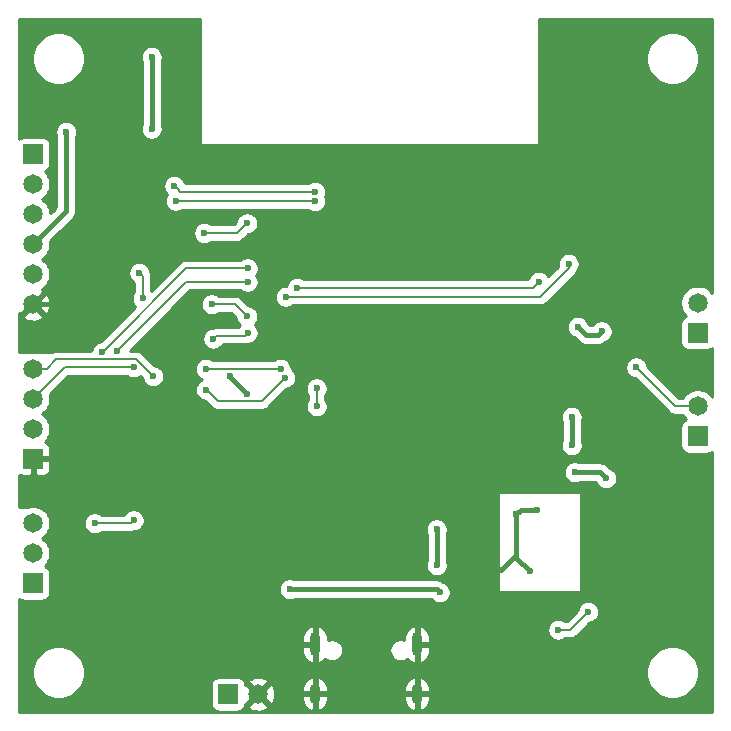
<source format=gbl>
G04 #@! TF.GenerationSoftware,KiCad,Pcbnew,(5.1.5)-3*
G04 #@! TF.CreationDate,2020-06-20T18:16:28+09:00*
G04 #@! TF.ProjectId,esp32-mp3-board,65737033-322d-46d7-9033-2d626f617264,rev?*
G04 #@! TF.SameCoordinates,Original*
G04 #@! TF.FileFunction,Copper,L2,Bot*
G04 #@! TF.FilePolarity,Positive*
%FSLAX46Y46*%
G04 Gerber Fmt 4.6, Leading zero omitted, Abs format (unit mm)*
G04 Created by KiCad (PCBNEW (5.1.5)-3) date 2020-06-20 18:16:28*
%MOMM*%
%LPD*%
G04 APERTURE LIST*
%ADD10O,0.900000X2.000000*%
%ADD11O,0.900000X1.700000*%
%ADD12R,1.651000X1.651000*%
%ADD13C,1.651000*%
%ADD14C,0.600000*%
%ADD15C,0.400000*%
%ADD16C,0.200000*%
%ADD17C,0.254000*%
G04 APERTURE END LIST*
D10*
X142492000Y-117196000D03*
X151132000Y-117196000D03*
D11*
X142492000Y-121366000D03*
X151132000Y-121366000D03*
D12*
X135128000Y-121412000D03*
D13*
X137668000Y-121412000D03*
D12*
X118618000Y-75692000D03*
D13*
X118618000Y-78232000D03*
X118618000Y-80772000D03*
X118618000Y-83312000D03*
X118618000Y-85852000D03*
X118618000Y-88392000D03*
X118618000Y-106934000D03*
X118618000Y-109474000D03*
D12*
X118618000Y-112014000D03*
X118618000Y-101473000D03*
D13*
X118618000Y-98933000D03*
X118618000Y-96393000D03*
X118618000Y-93853000D03*
X174879000Y-97028000D03*
D12*
X174879000Y-99568000D03*
X174879000Y-90805000D03*
D13*
X174879000Y-88265000D03*
D14*
X160655000Y-110998000D03*
X159512000Y-106172000D03*
X123825000Y-86741000D03*
X140843000Y-111379000D03*
X158242000Y-110871000D03*
X161290000Y-105791000D03*
X164084000Y-91313000D03*
X163322000Y-87630000D03*
X163322000Y-88519000D03*
X159639000Y-79375000D03*
X152019000Y-82550000D03*
X161798000Y-99441000D03*
X142113000Y-107823000D03*
X127635000Y-69469000D03*
X128905000Y-65278000D03*
X131064000Y-71374000D03*
X133604000Y-75438000D03*
X141605000Y-75819000D03*
X147193000Y-75819000D03*
X152400000Y-75819000D03*
X162560000Y-65405000D03*
X168783000Y-65405000D03*
X162560000Y-71501000D03*
X168910000Y-71501000D03*
X175768000Y-71501000D03*
X175768000Y-77470000D03*
X162560000Y-77724000D03*
X168910000Y-77724000D03*
X175768000Y-83820000D03*
X168910000Y-83820000D03*
X162560000Y-83820000D03*
X120269000Y-80391000D03*
X128016000Y-81788000D03*
X123571000Y-80772000D03*
X123317000Y-85344000D03*
X123063000Y-88773000D03*
X122428000Y-91948000D03*
X123317000Y-96393000D03*
X123317000Y-100457000D03*
X123317000Y-105664000D03*
X125222000Y-111633000D03*
X125222000Y-117094000D03*
X117856000Y-117094000D03*
X125222000Y-122428000D03*
X117856000Y-122428000D03*
X120777000Y-113284000D03*
X132969000Y-103124000D03*
X132969000Y-110871000D03*
X132969000Y-118364000D03*
X127889000Y-110871000D03*
X129921000Y-106172000D03*
X127889000Y-117221000D03*
X129197000Y-119977000D03*
X139446000Y-118364000D03*
X140462000Y-122428000D03*
X146939000Y-122428000D03*
X153089999Y-122500001D03*
X158931999Y-122500001D03*
X155575000Y-117602000D03*
X166243000Y-115697000D03*
X165481000Y-121920000D03*
X169291000Y-122428000D03*
X175514000Y-122428000D03*
X175514000Y-115443000D03*
X169291000Y-115570000D03*
X169291000Y-109220000D03*
X169291000Y-103251000D03*
X175514000Y-105918000D03*
X173863000Y-109347000D03*
X172847000Y-100965000D03*
X165354000Y-93726000D03*
X157226000Y-94234000D03*
X152908000Y-99695000D03*
X145034000Y-100330000D03*
X145796000Y-97282000D03*
X153543000Y-91694000D03*
X142367000Y-91567000D03*
X148209000Y-91694000D03*
X149733000Y-85979000D03*
X142113000Y-81153000D03*
X151130000Y-88900000D03*
X145288000Y-88900000D03*
X175514000Y-92710000D03*
X172974000Y-95377000D03*
X169926000Y-96647000D03*
X149479000Y-113538000D03*
X144526000Y-113538000D03*
X151384000Y-107823000D03*
X147066000Y-107823000D03*
X147066000Y-113665000D03*
X137414000Y-97790000D03*
X137414000Y-102616000D03*
X137414000Y-107569000D03*
X139319000Y-109474000D03*
X142748000Y-102616000D03*
X140843000Y-105791000D03*
X147828000Y-102743000D03*
X146304000Y-105029000D03*
X153035000Y-104140000D03*
X157226000Y-104013000D03*
X157226000Y-107188000D03*
X154051000Y-108839000D03*
X154813000Y-112268000D03*
X135890000Y-110236000D03*
X139446000Y-114300000D03*
X152400000Y-114046000D03*
X167005000Y-98933000D03*
X164465000Y-102616000D03*
X167132000Y-103124000D03*
X128651000Y-73533000D03*
X136717010Y-96012000D03*
X135254996Y-94488000D03*
X128651000Y-67437000D03*
X140335000Y-112522000D03*
X153035000Y-112776000D03*
X121412000Y-73787000D03*
X166751000Y-90678000D03*
X164719000Y-90297000D03*
X164211000Y-97917000D03*
X164211000Y-100330000D03*
X165608000Y-114427000D03*
X163068000Y-115950990D03*
X152781000Y-107442000D03*
X152781000Y-110490002D03*
X133731000Y-88392000D03*
X136717010Y-89408000D03*
X127889000Y-87884000D03*
X127599239Y-85725000D03*
X136717010Y-81534000D03*
X133092968Y-82356767D03*
X136779000Y-85344000D03*
X124460000Y-92456000D03*
X136779000Y-86487000D03*
X125730000Y-92329000D03*
X139988990Y-87757000D03*
X163957000Y-84963000D03*
X140970000Y-86995000D03*
X161417000Y-86487000D03*
X136779000Y-90805000D03*
X127127000Y-106680000D03*
X133858000Y-91313008D03*
X123825010Y-106934000D03*
X142621000Y-95504000D03*
X142621002Y-97028000D03*
X142494000Y-79667013D03*
X130683000Y-79629000D03*
X142494000Y-78867000D03*
X130556000Y-78359000D03*
X139954000Y-94615000D03*
X133257990Y-95631000D03*
X128778000Y-94488000D03*
X139573000Y-93853000D03*
X127127000Y-93726000D03*
X133223000Y-93853000D03*
X169672000Y-93726000D03*
D15*
X160655000Y-110998000D02*
X159512000Y-109855000D01*
X122174000Y-88392000D02*
X118618000Y-88392000D01*
X123825000Y-86741000D02*
X122174000Y-88392000D01*
X159512000Y-109855000D02*
X159258000Y-109855000D01*
X159893000Y-105791000D02*
X159512000Y-106172000D01*
X161290000Y-105791000D02*
X159893000Y-105791000D01*
X164084000Y-91313000D02*
X163322000Y-90551000D01*
X163322000Y-90551000D02*
X163322000Y-88519000D01*
X163322000Y-88519000D02*
X163322000Y-87630000D01*
X140843000Y-109093000D02*
X142113000Y-107823000D01*
X140843000Y-111379000D02*
X140843000Y-109093000D01*
X159067500Y-110045500D02*
X159512000Y-109601000D01*
X159512000Y-109601000D02*
X159512000Y-106172000D01*
X159512000Y-109855000D02*
X159512000Y-109601000D01*
X159067500Y-110045500D02*
X158242000Y-110871000D01*
X159258000Y-109855000D02*
X159067500Y-110045500D01*
X164465000Y-102616000D02*
X166624000Y-102616000D01*
X166624000Y-102616000D02*
X167132000Y-103124000D01*
X136717010Y-96012000D02*
X135254996Y-94549986D01*
X135254996Y-94549986D02*
X135254996Y-94488000D01*
X128651000Y-73533000D02*
X128651000Y-67437000D01*
X140335000Y-112522000D02*
X152781000Y-112522000D01*
X152781000Y-112522000D02*
X153035000Y-112776000D01*
X118618000Y-83312000D02*
X121412000Y-80518000D01*
X121412000Y-80518000D02*
X121412000Y-73787000D01*
X166451001Y-90977999D02*
X165399999Y-90977999D01*
X166751000Y-90678000D02*
X166451001Y-90977999D01*
X165399999Y-90977999D02*
X164719000Y-90297000D01*
X164211000Y-97917000D02*
X164211000Y-100330000D01*
D16*
X165608000Y-114427000D02*
X164084010Y-115950990D01*
X164084010Y-115950990D02*
X163068000Y-115950990D01*
D15*
X152781000Y-107442000D02*
X152781000Y-110490002D01*
D16*
X133731000Y-88392000D02*
X135701010Y-88392000D01*
X135701010Y-88392000D02*
X136717010Y-89408000D01*
X127889000Y-87884000D02*
X127889000Y-86014761D01*
X127889000Y-86014761D02*
X127599239Y-85725000D01*
X136717010Y-81534000D02*
X135894243Y-82356767D01*
X135894243Y-82356767D02*
X133092968Y-82356767D01*
X124759999Y-92156001D02*
X124460000Y-92456000D01*
X131572000Y-85344000D02*
X124759999Y-92156001D01*
X136779000Y-85344000D02*
X131572000Y-85344000D01*
X136779000Y-86487000D02*
X131572000Y-86487000D01*
X131572000Y-86487000D02*
X125730000Y-92329000D01*
X163957000Y-85262999D02*
X163957000Y-84963000D01*
X139988990Y-87757000D02*
X161544000Y-87757000D01*
X163957000Y-85344000D02*
X163957000Y-85262999D01*
X161544000Y-87757000D02*
X163957000Y-85344000D01*
X140970000Y-86995000D02*
X160909000Y-86995000D01*
X160909000Y-86995000D02*
X161417000Y-86487000D01*
X136779000Y-90805000D02*
X136525000Y-91059000D01*
X134112008Y-91059000D02*
X133858000Y-91313008D01*
X136525000Y-91059000D02*
X134112008Y-91059000D01*
X124206000Y-106934000D02*
X123825010Y-106934000D01*
X127127000Y-106680000D02*
X126873000Y-106934000D01*
X126873000Y-106934000D02*
X124206000Y-106934000D01*
X142621000Y-95504000D02*
X142621000Y-97027998D01*
X142621000Y-97027998D02*
X142621002Y-97028000D01*
X142494000Y-79667013D02*
X130721013Y-79667013D01*
X130721013Y-79667013D02*
X130683000Y-79629000D01*
X130855999Y-78658999D02*
X130556000Y-78359000D01*
X131064000Y-78867000D02*
X130855999Y-78658999D01*
X142494000Y-78867000D02*
X131064000Y-78867000D01*
X134238991Y-96612001D02*
X133557989Y-95930999D01*
X137956999Y-96612001D02*
X134238991Y-96612001D01*
X133557989Y-95930999D02*
X133257990Y-95631000D01*
X139954000Y-94615000D02*
X137956999Y-96612001D01*
X127346002Y-93056002D02*
X128478001Y-94188001D01*
X118618000Y-93853000D02*
X119785433Y-93853000D01*
X128478001Y-94188001D02*
X128778000Y-94488000D01*
X120582431Y-93056002D02*
X127346002Y-93056002D01*
X119785433Y-93853000D02*
X120582431Y-93056002D01*
X121285000Y-93726000D02*
X118618000Y-96393000D01*
X127127000Y-93726000D02*
X121285000Y-93726000D01*
X139573000Y-93853000D02*
X133223000Y-93853000D01*
X174879000Y-97028000D02*
X172974000Y-97028000D01*
X172974000Y-97028000D02*
X169672000Y-93726000D01*
D17*
G36*
X132715000Y-74803000D02*
G01*
X132717440Y-74827776D01*
X132724667Y-74851601D01*
X132736403Y-74873557D01*
X132752197Y-74892803D01*
X132771443Y-74908597D01*
X132793399Y-74920333D01*
X132817224Y-74927560D01*
X132842000Y-74930000D01*
X161290000Y-74930000D01*
X161314776Y-74927560D01*
X161338601Y-74920333D01*
X161360557Y-74908597D01*
X161379803Y-74892803D01*
X161395597Y-74873557D01*
X161407333Y-74851601D01*
X161414560Y-74827776D01*
X161417000Y-74803000D01*
X161417000Y-67359872D01*
X170515000Y-67359872D01*
X170515000Y-67800128D01*
X170600890Y-68231925D01*
X170769369Y-68638669D01*
X171013962Y-69004729D01*
X171325271Y-69316038D01*
X171691331Y-69560631D01*
X172098075Y-69729110D01*
X172529872Y-69815000D01*
X172970128Y-69815000D01*
X173401925Y-69729110D01*
X173808669Y-69560631D01*
X174174729Y-69316038D01*
X174486038Y-69004729D01*
X174730631Y-68638669D01*
X174899110Y-68231925D01*
X174985000Y-67800128D01*
X174985000Y-67359872D01*
X174899110Y-66928075D01*
X174730631Y-66521331D01*
X174486038Y-66155271D01*
X174174729Y-65843962D01*
X173808669Y-65599369D01*
X173401925Y-65430890D01*
X172970128Y-65345000D01*
X172529872Y-65345000D01*
X172098075Y-65430890D01*
X171691331Y-65599369D01*
X171325271Y-65843962D01*
X171013962Y-66155271D01*
X170769369Y-66521331D01*
X170600890Y-66928075D01*
X170515000Y-67359872D01*
X161417000Y-67359872D01*
X161417000Y-64240000D01*
X176090001Y-64240000D01*
X176090001Y-87448559D01*
X176013445Y-87333985D01*
X175810015Y-87130555D01*
X175570806Y-86970721D01*
X175305012Y-86860626D01*
X175022847Y-86804500D01*
X174735153Y-86804500D01*
X174452988Y-86860626D01*
X174187194Y-86970721D01*
X173947985Y-87130555D01*
X173744555Y-87333985D01*
X173584721Y-87573194D01*
X173474626Y-87838988D01*
X173418500Y-88121153D01*
X173418500Y-88408847D01*
X173474626Y-88691012D01*
X173584721Y-88956806D01*
X173744555Y-89196015D01*
X173908463Y-89359923D01*
X173809320Y-89389998D01*
X173699006Y-89448963D01*
X173602315Y-89528315D01*
X173522963Y-89625006D01*
X173463998Y-89735320D01*
X173427688Y-89855018D01*
X173415428Y-89979500D01*
X173415428Y-91630500D01*
X173427688Y-91754982D01*
X173463998Y-91874680D01*
X173522963Y-91984994D01*
X173602315Y-92081685D01*
X173699006Y-92161037D01*
X173809320Y-92220002D01*
X173929018Y-92256312D01*
X174053500Y-92268572D01*
X175704500Y-92268572D01*
X175828982Y-92256312D01*
X175948680Y-92220002D01*
X176058994Y-92161037D01*
X176090001Y-92135591D01*
X176090000Y-96211559D01*
X176013445Y-96096985D01*
X175810015Y-95893555D01*
X175570806Y-95733721D01*
X175305012Y-95623626D01*
X175022847Y-95567500D01*
X174735153Y-95567500D01*
X174452988Y-95623626D01*
X174187194Y-95733721D01*
X173947985Y-95893555D01*
X173744555Y-96096985D01*
X173613582Y-96293000D01*
X173278447Y-96293000D01*
X170603932Y-93618486D01*
X170571068Y-93453271D01*
X170500586Y-93283111D01*
X170398262Y-93129972D01*
X170268028Y-92999738D01*
X170114889Y-92897414D01*
X169944729Y-92826932D01*
X169764089Y-92791000D01*
X169579911Y-92791000D01*
X169399271Y-92826932D01*
X169229111Y-92897414D01*
X169075972Y-92999738D01*
X168945738Y-93129972D01*
X168843414Y-93283111D01*
X168772932Y-93453271D01*
X168737000Y-93633911D01*
X168737000Y-93818089D01*
X168772932Y-93998729D01*
X168843414Y-94168889D01*
X168945738Y-94322028D01*
X169075972Y-94452262D01*
X169229111Y-94554586D01*
X169399271Y-94625068D01*
X169564486Y-94657932D01*
X172428744Y-97522191D01*
X172451762Y-97550238D01*
X172563680Y-97642087D01*
X172691367Y-97710337D01*
X172787886Y-97739616D01*
X172829914Y-97752365D01*
X172839520Y-97753311D01*
X172937895Y-97763000D01*
X172937902Y-97763000D01*
X172973999Y-97766555D01*
X173010096Y-97763000D01*
X173613582Y-97763000D01*
X173744555Y-97959015D01*
X173908463Y-98122923D01*
X173809320Y-98152998D01*
X173699006Y-98211963D01*
X173602315Y-98291315D01*
X173522963Y-98388006D01*
X173463998Y-98498320D01*
X173427688Y-98618018D01*
X173415428Y-98742500D01*
X173415428Y-100393500D01*
X173427688Y-100517982D01*
X173463998Y-100637680D01*
X173522963Y-100747994D01*
X173602315Y-100844685D01*
X173699006Y-100924037D01*
X173809320Y-100983002D01*
X173929018Y-101019312D01*
X174053500Y-101031572D01*
X175704500Y-101031572D01*
X175828982Y-101019312D01*
X175948680Y-100983002D01*
X176058994Y-100924037D01*
X176090000Y-100898591D01*
X176090000Y-122920000D01*
X117410000Y-122920000D01*
X117410000Y-119349872D01*
X118515000Y-119349872D01*
X118515000Y-119790128D01*
X118600890Y-120221925D01*
X118769369Y-120628669D01*
X119013962Y-120994729D01*
X119325271Y-121306038D01*
X119691331Y-121550631D01*
X120098075Y-121719110D01*
X120529872Y-121805000D01*
X120970128Y-121805000D01*
X121401925Y-121719110D01*
X121808669Y-121550631D01*
X122174729Y-121306038D01*
X122486038Y-120994729D01*
X122730631Y-120628669D01*
X122748097Y-120586500D01*
X133664428Y-120586500D01*
X133664428Y-122237500D01*
X133676688Y-122361982D01*
X133712998Y-122481680D01*
X133771963Y-122591994D01*
X133851315Y-122688685D01*
X133948006Y-122768037D01*
X134058320Y-122827002D01*
X134178018Y-122863312D01*
X134302500Y-122875572D01*
X135953500Y-122875572D01*
X136077982Y-122863312D01*
X136197680Y-122827002D01*
X136307994Y-122768037D01*
X136404685Y-122688685D01*
X136484037Y-122591994D01*
X136543002Y-122481680D01*
X136560829Y-122422909D01*
X136836696Y-122422909D01*
X136911367Y-122669481D01*
X137171228Y-122792931D01*
X137450180Y-122863313D01*
X137737502Y-122877921D01*
X138022154Y-122836194D01*
X138293196Y-122739737D01*
X138424633Y-122669481D01*
X138499304Y-122422909D01*
X137668000Y-121591605D01*
X136836696Y-122422909D01*
X136560829Y-122422909D01*
X136579312Y-122361982D01*
X136591572Y-122237500D01*
X136591572Y-122223462D01*
X136657091Y-122243304D01*
X137488395Y-121412000D01*
X137847605Y-121412000D01*
X138678909Y-122243304D01*
X138925481Y-122168633D01*
X139048931Y-121908772D01*
X139119313Y-121629820D01*
X139126269Y-121493000D01*
X141407000Y-121493000D01*
X141407000Y-121893000D01*
X141452624Y-122102233D01*
X141538191Y-122298545D01*
X141660413Y-122474391D01*
X141814592Y-122623014D01*
X141994803Y-122738702D01*
X142197999Y-122810408D01*
X142365000Y-122683502D01*
X142365000Y-121493000D01*
X142619000Y-121493000D01*
X142619000Y-122683502D01*
X142786001Y-122810408D01*
X142989197Y-122738702D01*
X143169408Y-122623014D01*
X143323587Y-122474391D01*
X143445809Y-122298545D01*
X143531376Y-122102233D01*
X143577000Y-121893000D01*
X143577000Y-121493000D01*
X150047000Y-121493000D01*
X150047000Y-121893000D01*
X150092624Y-122102233D01*
X150178191Y-122298545D01*
X150300413Y-122474391D01*
X150454592Y-122623014D01*
X150634803Y-122738702D01*
X150837999Y-122810408D01*
X151005000Y-122683502D01*
X151005000Y-121493000D01*
X151259000Y-121493000D01*
X151259000Y-122683502D01*
X151426001Y-122810408D01*
X151629197Y-122738702D01*
X151809408Y-122623014D01*
X151963587Y-122474391D01*
X152085809Y-122298545D01*
X152171376Y-122102233D01*
X152217000Y-121893000D01*
X152217000Y-121493000D01*
X151259000Y-121493000D01*
X151005000Y-121493000D01*
X150047000Y-121493000D01*
X143577000Y-121493000D01*
X142619000Y-121493000D01*
X142365000Y-121493000D01*
X141407000Y-121493000D01*
X139126269Y-121493000D01*
X139133921Y-121342498D01*
X139092194Y-121057846D01*
X139014313Y-120839000D01*
X141407000Y-120839000D01*
X141407000Y-121239000D01*
X142365000Y-121239000D01*
X142365000Y-120048498D01*
X142619000Y-120048498D01*
X142619000Y-121239000D01*
X143577000Y-121239000D01*
X143577000Y-120839000D01*
X150047000Y-120839000D01*
X150047000Y-121239000D01*
X151005000Y-121239000D01*
X151005000Y-120048498D01*
X151259000Y-120048498D01*
X151259000Y-121239000D01*
X152217000Y-121239000D01*
X152217000Y-120839000D01*
X152171376Y-120629767D01*
X152085809Y-120433455D01*
X151963587Y-120257609D01*
X151809408Y-120108986D01*
X151629197Y-119993298D01*
X151426001Y-119921592D01*
X151259000Y-120048498D01*
X151005000Y-120048498D01*
X150837999Y-119921592D01*
X150634803Y-119993298D01*
X150454592Y-120108986D01*
X150300413Y-120257609D01*
X150178191Y-120433455D01*
X150092624Y-120629767D01*
X150047000Y-120839000D01*
X143577000Y-120839000D01*
X143531376Y-120629767D01*
X143445809Y-120433455D01*
X143323587Y-120257609D01*
X143169408Y-120108986D01*
X142989197Y-119993298D01*
X142786001Y-119921592D01*
X142619000Y-120048498D01*
X142365000Y-120048498D01*
X142197999Y-119921592D01*
X141994803Y-119993298D01*
X141814592Y-120108986D01*
X141660413Y-120257609D01*
X141538191Y-120433455D01*
X141452624Y-120629767D01*
X141407000Y-120839000D01*
X139014313Y-120839000D01*
X138995737Y-120786804D01*
X138925481Y-120655367D01*
X138678909Y-120580696D01*
X137847605Y-121412000D01*
X137488395Y-121412000D01*
X136657091Y-120580696D01*
X136591572Y-120600538D01*
X136591572Y-120586500D01*
X136579312Y-120462018D01*
X136560830Y-120401091D01*
X136836696Y-120401091D01*
X137668000Y-121232395D01*
X138499304Y-120401091D01*
X138424633Y-120154519D01*
X138164772Y-120031069D01*
X137885820Y-119960687D01*
X137598498Y-119946079D01*
X137313846Y-119987806D01*
X137042804Y-120084263D01*
X136911367Y-120154519D01*
X136836696Y-120401091D01*
X136560830Y-120401091D01*
X136543002Y-120342320D01*
X136484037Y-120232006D01*
X136404685Y-120135315D01*
X136307994Y-120055963D01*
X136197680Y-119996998D01*
X136077982Y-119960688D01*
X135953500Y-119948428D01*
X134302500Y-119948428D01*
X134178018Y-119960688D01*
X134058320Y-119996998D01*
X133948006Y-120055963D01*
X133851315Y-120135315D01*
X133771963Y-120232006D01*
X133712998Y-120342320D01*
X133676688Y-120462018D01*
X133664428Y-120586500D01*
X122748097Y-120586500D01*
X122899110Y-120221925D01*
X122985000Y-119790128D01*
X122985000Y-119359872D01*
X170515000Y-119359872D01*
X170515000Y-119800128D01*
X170600890Y-120231925D01*
X170769369Y-120638669D01*
X171013962Y-121004729D01*
X171325271Y-121316038D01*
X171691331Y-121560631D01*
X172098075Y-121729110D01*
X172529872Y-121815000D01*
X172970128Y-121815000D01*
X173401925Y-121729110D01*
X173808669Y-121560631D01*
X174174729Y-121316038D01*
X174486038Y-121004729D01*
X174730631Y-120638669D01*
X174899110Y-120231925D01*
X174985000Y-119800128D01*
X174985000Y-119359872D01*
X174899110Y-118928075D01*
X174730631Y-118521331D01*
X174486038Y-118155271D01*
X174174729Y-117843962D01*
X173808669Y-117599369D01*
X173401925Y-117430890D01*
X172970128Y-117345000D01*
X172529872Y-117345000D01*
X172098075Y-117430890D01*
X171691331Y-117599369D01*
X171325271Y-117843962D01*
X171013962Y-118155271D01*
X170769369Y-118521331D01*
X170600890Y-118928075D01*
X170515000Y-119359872D01*
X122985000Y-119359872D01*
X122985000Y-119349872D01*
X122899110Y-118918075D01*
X122730631Y-118511331D01*
X122486038Y-118145271D01*
X122174729Y-117833962D01*
X121808669Y-117589369D01*
X121401925Y-117420890D01*
X120970128Y-117335000D01*
X120529872Y-117335000D01*
X120098075Y-117420890D01*
X119691331Y-117589369D01*
X119325271Y-117833962D01*
X119013962Y-118145271D01*
X118769369Y-118511331D01*
X118600890Y-118918075D01*
X118515000Y-119349872D01*
X117410000Y-119349872D01*
X117410000Y-117323000D01*
X141407000Y-117323000D01*
X141407000Y-117873000D01*
X141452624Y-118082233D01*
X141538191Y-118278545D01*
X141660413Y-118454391D01*
X141814592Y-118603014D01*
X141994803Y-118718702D01*
X142197999Y-118790408D01*
X142365000Y-118663502D01*
X142365000Y-117323000D01*
X141407000Y-117323000D01*
X117410000Y-117323000D01*
X117410000Y-116519000D01*
X141407000Y-116519000D01*
X141407000Y-117069000D01*
X142365000Y-117069000D01*
X142365000Y-115728498D01*
X142619000Y-115728498D01*
X142619000Y-117069000D01*
X142639000Y-117069000D01*
X142639000Y-117323000D01*
X142619000Y-117323000D01*
X142619000Y-118663502D01*
X142786001Y-118790408D01*
X142989197Y-118718702D01*
X143169408Y-118603014D01*
X143323587Y-118454391D01*
X143349085Y-118417706D01*
X143479111Y-118504586D01*
X143649271Y-118575068D01*
X143829911Y-118611000D01*
X144014089Y-118611000D01*
X144194729Y-118575068D01*
X144364889Y-118504586D01*
X144518028Y-118402262D01*
X144648262Y-118272028D01*
X144750586Y-118118889D01*
X144821068Y-117948729D01*
X144857000Y-117768089D01*
X144857000Y-117583911D01*
X148767000Y-117583911D01*
X148767000Y-117768089D01*
X148802932Y-117948729D01*
X148873414Y-118118889D01*
X148975738Y-118272028D01*
X149105972Y-118402262D01*
X149259111Y-118504586D01*
X149429271Y-118575068D01*
X149609911Y-118611000D01*
X149794089Y-118611000D01*
X149974729Y-118575068D01*
X150144889Y-118504586D01*
X150274915Y-118417706D01*
X150300413Y-118454391D01*
X150454592Y-118603014D01*
X150634803Y-118718702D01*
X150837999Y-118790408D01*
X151005000Y-118663502D01*
X151005000Y-117323000D01*
X151259000Y-117323000D01*
X151259000Y-118663502D01*
X151426001Y-118790408D01*
X151629197Y-118718702D01*
X151809408Y-118603014D01*
X151963587Y-118454391D01*
X152085809Y-118278545D01*
X152171376Y-118082233D01*
X152217000Y-117873000D01*
X152217000Y-117323000D01*
X151259000Y-117323000D01*
X151005000Y-117323000D01*
X150985000Y-117323000D01*
X150985000Y-117069000D01*
X151005000Y-117069000D01*
X151005000Y-115728498D01*
X151259000Y-115728498D01*
X151259000Y-117069000D01*
X152217000Y-117069000D01*
X152217000Y-116519000D01*
X152171376Y-116309767D01*
X152085809Y-116113455D01*
X151963587Y-115937609D01*
X151881937Y-115858901D01*
X162133000Y-115858901D01*
X162133000Y-116043079D01*
X162168932Y-116223719D01*
X162239414Y-116393879D01*
X162341738Y-116547018D01*
X162471972Y-116677252D01*
X162625111Y-116779576D01*
X162795271Y-116850058D01*
X162975911Y-116885990D01*
X163160089Y-116885990D01*
X163340729Y-116850058D01*
X163510889Y-116779576D01*
X163650951Y-116685990D01*
X164047905Y-116685990D01*
X164084010Y-116689546D01*
X164120115Y-116685990D01*
X164228095Y-116675355D01*
X164366643Y-116633327D01*
X164494330Y-116565077D01*
X164606248Y-116473228D01*
X164629268Y-116445178D01*
X165715515Y-115358931D01*
X165880729Y-115326068D01*
X166050889Y-115255586D01*
X166204028Y-115153262D01*
X166334262Y-115023028D01*
X166436586Y-114869889D01*
X166507068Y-114699729D01*
X166543000Y-114519089D01*
X166543000Y-114334911D01*
X166507068Y-114154271D01*
X166436586Y-113984111D01*
X166334262Y-113830972D01*
X166204028Y-113700738D01*
X166050889Y-113598414D01*
X165880729Y-113527932D01*
X165700089Y-113492000D01*
X165515911Y-113492000D01*
X165335271Y-113527932D01*
X165165111Y-113598414D01*
X165011972Y-113700738D01*
X164881738Y-113830972D01*
X164779414Y-113984111D01*
X164708932Y-114154271D01*
X164676069Y-114319485D01*
X163779564Y-115215990D01*
X163650951Y-115215990D01*
X163510889Y-115122404D01*
X163340729Y-115051922D01*
X163160089Y-115015990D01*
X162975911Y-115015990D01*
X162795271Y-115051922D01*
X162625111Y-115122404D01*
X162471972Y-115224728D01*
X162341738Y-115354962D01*
X162239414Y-115508101D01*
X162168932Y-115678261D01*
X162133000Y-115858901D01*
X151881937Y-115858901D01*
X151809408Y-115788986D01*
X151629197Y-115673298D01*
X151426001Y-115601592D01*
X151259000Y-115728498D01*
X151005000Y-115728498D01*
X150837999Y-115601592D01*
X150634803Y-115673298D01*
X150454592Y-115788986D01*
X150300413Y-115937609D01*
X150178191Y-116113455D01*
X150092624Y-116309767D01*
X150047000Y-116519000D01*
X150047000Y-116806867D01*
X149974729Y-116776932D01*
X149794089Y-116741000D01*
X149609911Y-116741000D01*
X149429271Y-116776932D01*
X149259111Y-116847414D01*
X149105972Y-116949738D01*
X148975738Y-117079972D01*
X148873414Y-117233111D01*
X148802932Y-117403271D01*
X148767000Y-117583911D01*
X144857000Y-117583911D01*
X144821068Y-117403271D01*
X144750586Y-117233111D01*
X144648262Y-117079972D01*
X144518028Y-116949738D01*
X144364889Y-116847414D01*
X144194729Y-116776932D01*
X144014089Y-116741000D01*
X143829911Y-116741000D01*
X143649271Y-116776932D01*
X143577000Y-116806867D01*
X143577000Y-116519000D01*
X143531376Y-116309767D01*
X143445809Y-116113455D01*
X143323587Y-115937609D01*
X143169408Y-115788986D01*
X142989197Y-115673298D01*
X142786001Y-115601592D01*
X142619000Y-115728498D01*
X142365000Y-115728498D01*
X142197999Y-115601592D01*
X141994803Y-115673298D01*
X141814592Y-115788986D01*
X141660413Y-115937609D01*
X141538191Y-116113455D01*
X141452624Y-116309767D01*
X141407000Y-116519000D01*
X117410000Y-116519000D01*
X117410000Y-113347053D01*
X117438006Y-113370037D01*
X117548320Y-113429002D01*
X117668018Y-113465312D01*
X117792500Y-113477572D01*
X119443500Y-113477572D01*
X119567982Y-113465312D01*
X119687680Y-113429002D01*
X119797994Y-113370037D01*
X119894685Y-113290685D01*
X119974037Y-113193994D01*
X120033002Y-113083680D01*
X120069312Y-112963982D01*
X120081572Y-112839500D01*
X120081572Y-112429911D01*
X139400000Y-112429911D01*
X139400000Y-112614089D01*
X139435932Y-112794729D01*
X139506414Y-112964889D01*
X139608738Y-113118028D01*
X139738972Y-113248262D01*
X139892111Y-113350586D01*
X140062271Y-113421068D01*
X140242911Y-113457000D01*
X140427089Y-113457000D01*
X140607729Y-113421068D01*
X140762404Y-113357000D01*
X152298697Y-113357000D01*
X152308738Y-113372028D01*
X152438972Y-113502262D01*
X152592111Y-113604586D01*
X152762271Y-113675068D01*
X152942911Y-113711000D01*
X153127089Y-113711000D01*
X153307729Y-113675068D01*
X153477889Y-113604586D01*
X153631028Y-113502262D01*
X153761262Y-113372028D01*
X153863586Y-113218889D01*
X153934068Y-113048729D01*
X153970000Y-112868089D01*
X153970000Y-112683911D01*
X153934068Y-112503271D01*
X153863586Y-112333111D01*
X153761262Y-112179972D01*
X153631028Y-112049738D01*
X153477889Y-111947414D01*
X153314738Y-111879835D01*
X153247146Y-111824364D01*
X153102087Y-111746828D01*
X152944689Y-111699082D01*
X152822019Y-111687000D01*
X152822018Y-111687000D01*
X152781000Y-111682960D01*
X152739982Y-111687000D01*
X140762404Y-111687000D01*
X140607729Y-111622932D01*
X140427089Y-111587000D01*
X140242911Y-111587000D01*
X140062271Y-111622932D01*
X139892111Y-111693414D01*
X139738972Y-111795738D01*
X139608738Y-111925972D01*
X139506414Y-112079111D01*
X139435932Y-112249271D01*
X139400000Y-112429911D01*
X120081572Y-112429911D01*
X120081572Y-111188500D01*
X120069312Y-111064018D01*
X120033002Y-110944320D01*
X119974037Y-110834006D01*
X119894685Y-110737315D01*
X119797994Y-110657963D01*
X119687680Y-110598998D01*
X119588537Y-110568923D01*
X119752445Y-110405015D01*
X119912279Y-110165806D01*
X120022374Y-109900012D01*
X120078500Y-109617847D01*
X120078500Y-109330153D01*
X120022374Y-109047988D01*
X119912279Y-108782194D01*
X119752445Y-108542985D01*
X119549015Y-108339555D01*
X119346142Y-108204000D01*
X119549015Y-108068445D01*
X119752445Y-107865015D01*
X119912279Y-107625806D01*
X120022374Y-107360012D01*
X120078500Y-107077847D01*
X120078500Y-106841911D01*
X122890010Y-106841911D01*
X122890010Y-107026089D01*
X122925942Y-107206729D01*
X122996424Y-107376889D01*
X123098748Y-107530028D01*
X123228982Y-107660262D01*
X123382121Y-107762586D01*
X123552281Y-107833068D01*
X123732921Y-107869000D01*
X123917099Y-107869000D01*
X124097739Y-107833068D01*
X124267899Y-107762586D01*
X124407961Y-107669000D01*
X126836895Y-107669000D01*
X126873000Y-107672556D01*
X126909105Y-107669000D01*
X127017085Y-107658365D01*
X127155633Y-107616337D01*
X127158134Y-107615000D01*
X127219089Y-107615000D01*
X127399729Y-107579068D01*
X127569889Y-107508586D01*
X127723028Y-107406262D01*
X127779379Y-107349911D01*
X151846000Y-107349911D01*
X151846000Y-107534089D01*
X151881932Y-107714729D01*
X151946000Y-107869404D01*
X151946001Y-110062596D01*
X151881932Y-110217273D01*
X151846000Y-110397913D01*
X151846000Y-110582091D01*
X151881932Y-110762731D01*
X151952414Y-110932891D01*
X152054738Y-111086030D01*
X152184972Y-111216264D01*
X152338111Y-111318588D01*
X152508271Y-111389070D01*
X152688911Y-111425002D01*
X152873089Y-111425002D01*
X153053729Y-111389070D01*
X153223889Y-111318588D01*
X153377028Y-111216264D01*
X153507262Y-111086030D01*
X153609586Y-110932891D01*
X153680068Y-110762731D01*
X153716000Y-110582091D01*
X153716000Y-110397913D01*
X153680068Y-110217273D01*
X153616000Y-110062598D01*
X153616000Y-107869404D01*
X153680068Y-107714729D01*
X153716000Y-107534089D01*
X153716000Y-107349911D01*
X153680068Y-107169271D01*
X153609586Y-106999111D01*
X153507262Y-106845972D01*
X153377028Y-106715738D01*
X153223889Y-106613414D01*
X153053729Y-106542932D01*
X152873089Y-106507000D01*
X152688911Y-106507000D01*
X152508271Y-106542932D01*
X152338111Y-106613414D01*
X152184972Y-106715738D01*
X152054738Y-106845972D01*
X151952414Y-106999111D01*
X151881932Y-107169271D01*
X151846000Y-107349911D01*
X127779379Y-107349911D01*
X127853262Y-107276028D01*
X127955586Y-107122889D01*
X128026068Y-106952729D01*
X128062000Y-106772089D01*
X128062000Y-106587911D01*
X128026068Y-106407271D01*
X127955586Y-106237111D01*
X127853262Y-106083972D01*
X127723028Y-105953738D01*
X127569889Y-105851414D01*
X127399729Y-105780932D01*
X127219089Y-105745000D01*
X127034911Y-105745000D01*
X126854271Y-105780932D01*
X126684111Y-105851414D01*
X126530972Y-105953738D01*
X126400738Y-106083972D01*
X126323879Y-106199000D01*
X124407961Y-106199000D01*
X124267899Y-106105414D01*
X124097739Y-106034932D01*
X123917099Y-105999000D01*
X123732921Y-105999000D01*
X123552281Y-106034932D01*
X123382121Y-106105414D01*
X123228982Y-106207738D01*
X123098748Y-106337972D01*
X122996424Y-106491111D01*
X122925942Y-106661271D01*
X122890010Y-106841911D01*
X120078500Y-106841911D01*
X120078500Y-106790153D01*
X120022374Y-106507988D01*
X119912279Y-106242194D01*
X119752445Y-106002985D01*
X119549015Y-105799555D01*
X119309806Y-105639721D01*
X119044012Y-105529626D01*
X118761847Y-105473500D01*
X118474153Y-105473500D01*
X118191988Y-105529626D01*
X118174186Y-105537000D01*
X117410000Y-105537000D01*
X117410000Y-104394000D01*
X157988000Y-104394000D01*
X157988000Y-112649000D01*
X157990440Y-112673776D01*
X157997667Y-112697601D01*
X158009403Y-112719557D01*
X158025197Y-112738803D01*
X158044443Y-112754597D01*
X158066399Y-112766333D01*
X158090224Y-112773560D01*
X158115000Y-112776000D01*
X164846000Y-112776000D01*
X164870776Y-112773560D01*
X164894601Y-112766333D01*
X164916557Y-112754597D01*
X164935803Y-112738803D01*
X164951597Y-112719557D01*
X164963333Y-112697601D01*
X164970560Y-112673776D01*
X164973000Y-112649000D01*
X164973000Y-104394000D01*
X164970560Y-104369224D01*
X164963333Y-104345399D01*
X164951597Y-104323443D01*
X164935803Y-104304197D01*
X164916557Y-104288403D01*
X164894601Y-104276667D01*
X164870776Y-104269440D01*
X164846000Y-104267000D01*
X158115000Y-104267000D01*
X158090224Y-104269440D01*
X158066399Y-104276667D01*
X158044443Y-104288403D01*
X158025197Y-104304197D01*
X158009403Y-104323443D01*
X157997667Y-104345399D01*
X157990440Y-104369224D01*
X157988000Y-104394000D01*
X117410000Y-104394000D01*
X117410000Y-102806053D01*
X117438006Y-102829037D01*
X117548320Y-102888002D01*
X117668018Y-102924312D01*
X117792500Y-102936572D01*
X118332250Y-102933500D01*
X118491000Y-102774750D01*
X118491000Y-101600000D01*
X118745000Y-101600000D01*
X118745000Y-102774750D01*
X118903750Y-102933500D01*
X119443500Y-102936572D01*
X119567982Y-102924312D01*
X119687680Y-102888002D01*
X119797994Y-102829037D01*
X119894685Y-102749685D01*
X119974037Y-102652994D01*
X120033002Y-102542680D01*
X120038695Y-102523911D01*
X163530000Y-102523911D01*
X163530000Y-102708089D01*
X163565932Y-102888729D01*
X163636414Y-103058889D01*
X163738738Y-103212028D01*
X163868972Y-103342262D01*
X164022111Y-103444586D01*
X164192271Y-103515068D01*
X164372911Y-103551000D01*
X164557089Y-103551000D01*
X164737729Y-103515068D01*
X164892404Y-103451000D01*
X166255412Y-103451000D01*
X166303414Y-103566889D01*
X166405738Y-103720028D01*
X166535972Y-103850262D01*
X166689111Y-103952586D01*
X166859271Y-104023068D01*
X167039911Y-104059000D01*
X167224089Y-104059000D01*
X167404729Y-104023068D01*
X167574889Y-103952586D01*
X167728028Y-103850262D01*
X167858262Y-103720028D01*
X167960586Y-103566889D01*
X168031068Y-103396729D01*
X168067000Y-103216089D01*
X168067000Y-103031911D01*
X168031068Y-102851271D01*
X167960586Y-102681111D01*
X167858262Y-102527972D01*
X167728028Y-102397738D01*
X167574889Y-102295414D01*
X167420212Y-102231345D01*
X167243446Y-102054579D01*
X167217291Y-102022709D01*
X167090146Y-101918364D01*
X166945087Y-101840828D01*
X166787689Y-101793082D01*
X166665019Y-101781000D01*
X166665018Y-101781000D01*
X166624000Y-101776960D01*
X166582982Y-101781000D01*
X164892404Y-101781000D01*
X164737729Y-101716932D01*
X164557089Y-101681000D01*
X164372911Y-101681000D01*
X164192271Y-101716932D01*
X164022111Y-101787414D01*
X163868972Y-101889738D01*
X163738738Y-102019972D01*
X163636414Y-102173111D01*
X163565932Y-102343271D01*
X163530000Y-102523911D01*
X120038695Y-102523911D01*
X120069312Y-102422982D01*
X120081572Y-102298500D01*
X120078500Y-101758750D01*
X119919750Y-101600000D01*
X118745000Y-101600000D01*
X118491000Y-101600000D01*
X118471000Y-101600000D01*
X118471000Y-101346000D01*
X118491000Y-101346000D01*
X118491000Y-101326000D01*
X118745000Y-101326000D01*
X118745000Y-101346000D01*
X119919750Y-101346000D01*
X120078500Y-101187250D01*
X120081572Y-100647500D01*
X120069312Y-100523018D01*
X120033002Y-100403320D01*
X119974037Y-100293006D01*
X119894685Y-100196315D01*
X119797994Y-100116963D01*
X119687680Y-100057998D01*
X119588537Y-100027923D01*
X119752445Y-99864015D01*
X119912279Y-99624806D01*
X120022374Y-99359012D01*
X120078500Y-99076847D01*
X120078500Y-98789153D01*
X120022374Y-98506988D01*
X119912279Y-98241194D01*
X119752445Y-98001985D01*
X119549015Y-97798555D01*
X119346142Y-97663000D01*
X119549015Y-97527445D01*
X119752445Y-97324015D01*
X119912279Y-97084806D01*
X120022374Y-96819012D01*
X120078500Y-96536847D01*
X120078500Y-96249153D01*
X120032509Y-96017938D01*
X121589447Y-94461000D01*
X126544049Y-94461000D01*
X126684111Y-94554586D01*
X126854271Y-94625068D01*
X127034911Y-94661000D01*
X127219089Y-94661000D01*
X127399729Y-94625068D01*
X127569889Y-94554586D01*
X127710911Y-94460358D01*
X127846069Y-94595515D01*
X127878932Y-94760729D01*
X127949414Y-94930889D01*
X128051738Y-95084028D01*
X128181972Y-95214262D01*
X128335111Y-95316586D01*
X128505271Y-95387068D01*
X128685911Y-95423000D01*
X128870089Y-95423000D01*
X129050729Y-95387068D01*
X129220889Y-95316586D01*
X129374028Y-95214262D01*
X129504262Y-95084028D01*
X129606586Y-94930889D01*
X129677068Y-94760729D01*
X129713000Y-94580089D01*
X129713000Y-94395911D01*
X129677068Y-94215271D01*
X129606586Y-94045111D01*
X129504262Y-93891972D01*
X129374028Y-93761738D01*
X129372791Y-93760911D01*
X132288000Y-93760911D01*
X132288000Y-93945089D01*
X132323932Y-94125729D01*
X132394414Y-94295889D01*
X132496738Y-94449028D01*
X132626972Y-94579262D01*
X132780111Y-94681586D01*
X132943459Y-94749247D01*
X132815101Y-94802414D01*
X132661962Y-94904738D01*
X132531728Y-95034972D01*
X132429404Y-95188111D01*
X132358922Y-95358271D01*
X132322990Y-95538911D01*
X132322990Y-95723089D01*
X132358922Y-95903729D01*
X132429404Y-96073889D01*
X132531728Y-96227028D01*
X132661962Y-96357262D01*
X132815101Y-96459586D01*
X132985261Y-96530068D01*
X133150475Y-96562932D01*
X133693737Y-97106194D01*
X133716753Y-97134239D01*
X133828671Y-97226088D01*
X133956358Y-97294338D01*
X134094906Y-97336366D01*
X134202886Y-97347001D01*
X134202895Y-97347001D01*
X134238990Y-97350556D01*
X134275085Y-97347001D01*
X137920894Y-97347001D01*
X137956999Y-97350557D01*
X137993104Y-97347001D01*
X138101084Y-97336366D01*
X138239632Y-97294338D01*
X138367319Y-97226088D01*
X138479237Y-97134239D01*
X138502257Y-97106189D01*
X140061515Y-95546931D01*
X140226729Y-95514068D01*
X140396889Y-95443586D01*
X140444294Y-95411911D01*
X141686000Y-95411911D01*
X141686000Y-95596089D01*
X141721932Y-95776729D01*
X141792414Y-95946889D01*
X141886000Y-96086951D01*
X141886001Y-96445051D01*
X141792416Y-96585111D01*
X141721934Y-96755271D01*
X141686002Y-96935911D01*
X141686002Y-97120089D01*
X141721934Y-97300729D01*
X141792416Y-97470889D01*
X141894740Y-97624028D01*
X142024974Y-97754262D01*
X142178113Y-97856586D01*
X142348273Y-97927068D01*
X142528913Y-97963000D01*
X142713091Y-97963000D01*
X142893731Y-97927068D01*
X143063891Y-97856586D01*
X143111296Y-97824911D01*
X163276000Y-97824911D01*
X163276000Y-98009089D01*
X163311932Y-98189729D01*
X163376000Y-98344405D01*
X163376001Y-99902594D01*
X163311932Y-100057271D01*
X163276000Y-100237911D01*
X163276000Y-100422089D01*
X163311932Y-100602729D01*
X163382414Y-100772889D01*
X163484738Y-100926028D01*
X163614972Y-101056262D01*
X163768111Y-101158586D01*
X163938271Y-101229068D01*
X164118911Y-101265000D01*
X164303089Y-101265000D01*
X164483729Y-101229068D01*
X164653889Y-101158586D01*
X164807028Y-101056262D01*
X164937262Y-100926028D01*
X165039586Y-100772889D01*
X165110068Y-100602729D01*
X165146000Y-100422089D01*
X165146000Y-100237911D01*
X165110068Y-100057271D01*
X165046000Y-99902596D01*
X165046000Y-98344404D01*
X165110068Y-98189729D01*
X165146000Y-98009089D01*
X165146000Y-97824911D01*
X165110068Y-97644271D01*
X165039586Y-97474111D01*
X164937262Y-97320972D01*
X164807028Y-97190738D01*
X164653889Y-97088414D01*
X164483729Y-97017932D01*
X164303089Y-96982000D01*
X164118911Y-96982000D01*
X163938271Y-97017932D01*
X163768111Y-97088414D01*
X163614972Y-97190738D01*
X163484738Y-97320972D01*
X163382414Y-97474111D01*
X163311932Y-97644271D01*
X163276000Y-97824911D01*
X143111296Y-97824911D01*
X143217030Y-97754262D01*
X143347264Y-97624028D01*
X143449588Y-97470889D01*
X143520070Y-97300729D01*
X143556002Y-97120089D01*
X143556002Y-96935911D01*
X143520070Y-96755271D01*
X143449588Y-96585111D01*
X143356000Y-96445046D01*
X143356000Y-96086951D01*
X143449586Y-95946889D01*
X143520068Y-95776729D01*
X143556000Y-95596089D01*
X143556000Y-95411911D01*
X143520068Y-95231271D01*
X143449586Y-95061111D01*
X143347262Y-94907972D01*
X143217028Y-94777738D01*
X143063889Y-94675414D01*
X142893729Y-94604932D01*
X142713089Y-94569000D01*
X142528911Y-94569000D01*
X142348271Y-94604932D01*
X142178111Y-94675414D01*
X142024972Y-94777738D01*
X141894738Y-94907972D01*
X141792414Y-95061111D01*
X141721932Y-95231271D01*
X141686000Y-95411911D01*
X140444294Y-95411911D01*
X140550028Y-95341262D01*
X140680262Y-95211028D01*
X140782586Y-95057889D01*
X140853068Y-94887729D01*
X140889000Y-94707089D01*
X140889000Y-94522911D01*
X140853068Y-94342271D01*
X140782586Y-94172111D01*
X140680262Y-94018972D01*
X140550028Y-93888738D01*
X140508000Y-93860656D01*
X140508000Y-93760911D01*
X140472068Y-93580271D01*
X140401586Y-93410111D01*
X140299262Y-93256972D01*
X140169028Y-93126738D01*
X140015889Y-93024414D01*
X139845729Y-92953932D01*
X139665089Y-92918000D01*
X139480911Y-92918000D01*
X139300271Y-92953932D01*
X139130111Y-93024414D01*
X138990049Y-93118000D01*
X133805951Y-93118000D01*
X133665889Y-93024414D01*
X133495729Y-92953932D01*
X133315089Y-92918000D01*
X133130911Y-92918000D01*
X132950271Y-92953932D01*
X132780111Y-93024414D01*
X132626972Y-93126738D01*
X132496738Y-93256972D01*
X132394414Y-93410111D01*
X132323932Y-93580271D01*
X132288000Y-93760911D01*
X129372791Y-93760911D01*
X129220889Y-93659414D01*
X129050729Y-93588932D01*
X128885515Y-93556069D01*
X127891260Y-92561814D01*
X127868240Y-92533764D01*
X127756322Y-92441915D01*
X127628635Y-92373665D01*
X127490087Y-92331637D01*
X127382107Y-92321002D01*
X127346002Y-92317446D01*
X127309897Y-92321002D01*
X126777444Y-92321002D01*
X130798535Y-88299911D01*
X132796000Y-88299911D01*
X132796000Y-88484089D01*
X132831932Y-88664729D01*
X132902414Y-88834889D01*
X133004738Y-88988028D01*
X133134972Y-89118262D01*
X133288111Y-89220586D01*
X133458271Y-89291068D01*
X133638911Y-89327000D01*
X133823089Y-89327000D01*
X134003729Y-89291068D01*
X134173889Y-89220586D01*
X134313951Y-89127000D01*
X135396564Y-89127000D01*
X135785078Y-89515515D01*
X135817942Y-89680729D01*
X135888424Y-89850889D01*
X135990748Y-90004028D01*
X136120982Y-90134262D01*
X136124858Y-90136852D01*
X136052738Y-90208972D01*
X135975879Y-90324000D01*
X134148113Y-90324000D01*
X134112008Y-90320444D01*
X134075903Y-90324000D01*
X133967923Y-90334635D01*
X133829375Y-90376663D01*
X133826859Y-90378008D01*
X133765911Y-90378008D01*
X133585271Y-90413940D01*
X133415111Y-90484422D01*
X133261972Y-90586746D01*
X133131738Y-90716980D01*
X133029414Y-90870119D01*
X132958932Y-91040279D01*
X132923000Y-91220919D01*
X132923000Y-91405097D01*
X132958932Y-91585737D01*
X133029414Y-91755897D01*
X133131738Y-91909036D01*
X133261972Y-92039270D01*
X133415111Y-92141594D01*
X133585271Y-92212076D01*
X133765911Y-92248008D01*
X133950089Y-92248008D01*
X134130729Y-92212076D01*
X134300889Y-92141594D01*
X134454028Y-92039270D01*
X134584262Y-91909036D01*
X134661126Y-91794000D01*
X136488895Y-91794000D01*
X136525000Y-91797556D01*
X136561105Y-91794000D01*
X136669085Y-91783365D01*
X136807633Y-91741337D01*
X136810134Y-91740000D01*
X136871089Y-91740000D01*
X137051729Y-91704068D01*
X137221889Y-91633586D01*
X137375028Y-91531262D01*
X137505262Y-91401028D01*
X137607586Y-91247889D01*
X137678068Y-91077729D01*
X137714000Y-90897089D01*
X137714000Y-90712911D01*
X137678068Y-90532271D01*
X137607586Y-90362111D01*
X137505262Y-90208972D01*
X137501201Y-90204911D01*
X163784000Y-90204911D01*
X163784000Y-90389089D01*
X163819932Y-90569729D01*
X163890414Y-90739889D01*
X163992738Y-90893028D01*
X164122972Y-91023262D01*
X164276111Y-91125586D01*
X164430787Y-91189654D01*
X164780557Y-91539425D01*
X164806708Y-91571290D01*
X164878856Y-91630500D01*
X164933853Y-91675635D01*
X165078912Y-91753171D01*
X165236310Y-91800917D01*
X165399998Y-91817039D01*
X165441017Y-91812999D01*
X166409983Y-91812999D01*
X166451001Y-91817039D01*
X166492019Y-91812999D01*
X166492020Y-91812999D01*
X166614690Y-91800917D01*
X166772088Y-91753171D01*
X166917147Y-91675635D01*
X167044292Y-91571290D01*
X167047698Y-91567140D01*
X167193889Y-91506586D01*
X167347028Y-91404262D01*
X167477262Y-91274028D01*
X167579586Y-91120889D01*
X167650068Y-90950729D01*
X167686000Y-90770089D01*
X167686000Y-90585911D01*
X167650068Y-90405271D01*
X167579586Y-90235111D01*
X167477262Y-90081972D01*
X167347028Y-89951738D01*
X167193889Y-89849414D01*
X167023729Y-89778932D01*
X166843089Y-89743000D01*
X166658911Y-89743000D01*
X166478271Y-89778932D01*
X166308111Y-89849414D01*
X166154972Y-89951738D01*
X166024738Y-90081972D01*
X165983961Y-90142999D01*
X165745867Y-90142999D01*
X165611654Y-90008787D01*
X165547586Y-89854111D01*
X165445262Y-89700972D01*
X165315028Y-89570738D01*
X165161889Y-89468414D01*
X164991729Y-89397932D01*
X164811089Y-89362000D01*
X164626911Y-89362000D01*
X164446271Y-89397932D01*
X164276111Y-89468414D01*
X164122972Y-89570738D01*
X163992738Y-89700972D01*
X163890414Y-89854111D01*
X163819932Y-90024271D01*
X163784000Y-90204911D01*
X137501201Y-90204911D01*
X137375028Y-90078738D01*
X137371152Y-90076148D01*
X137443272Y-90004028D01*
X137545596Y-89850889D01*
X137616078Y-89680729D01*
X137652010Y-89500089D01*
X137652010Y-89315911D01*
X137616078Y-89135271D01*
X137545596Y-88965111D01*
X137443272Y-88811972D01*
X137313038Y-88681738D01*
X137159899Y-88579414D01*
X136989739Y-88508932D01*
X136824525Y-88476068D01*
X136246268Y-87897812D01*
X136223248Y-87869762D01*
X136111330Y-87777913D01*
X135983643Y-87709663D01*
X135845095Y-87667635D01*
X135825834Y-87665738D01*
X135817438Y-87664911D01*
X139053990Y-87664911D01*
X139053990Y-87849089D01*
X139089922Y-88029729D01*
X139160404Y-88199889D01*
X139262728Y-88353028D01*
X139392962Y-88483262D01*
X139546101Y-88585586D01*
X139716261Y-88656068D01*
X139896901Y-88692000D01*
X140081079Y-88692000D01*
X140261719Y-88656068D01*
X140431879Y-88585586D01*
X140571941Y-88492000D01*
X161507895Y-88492000D01*
X161544000Y-88495556D01*
X161580105Y-88492000D01*
X161660428Y-88484089D01*
X161688085Y-88481365D01*
X161826633Y-88439337D01*
X161954320Y-88371087D01*
X162066238Y-88279238D01*
X162089259Y-88251188D01*
X164451197Y-85889250D01*
X164479237Y-85866238D01*
X164502250Y-85838197D01*
X164502253Y-85838194D01*
X164571086Y-85754321D01*
X164571087Y-85754320D01*
X164639337Y-85626633D01*
X164649648Y-85592642D01*
X164683262Y-85559028D01*
X164785586Y-85405889D01*
X164856068Y-85235729D01*
X164892000Y-85055089D01*
X164892000Y-84870911D01*
X164856068Y-84690271D01*
X164785586Y-84520111D01*
X164683262Y-84366972D01*
X164553028Y-84236738D01*
X164399889Y-84134414D01*
X164229729Y-84063932D01*
X164049089Y-84028000D01*
X163864911Y-84028000D01*
X163684271Y-84063932D01*
X163514111Y-84134414D01*
X163360972Y-84236738D01*
X163230738Y-84366972D01*
X163128414Y-84520111D01*
X163057932Y-84690271D01*
X163022000Y-84870911D01*
X163022000Y-85055089D01*
X163052605Y-85208948D01*
X162234313Y-86027240D01*
X162143262Y-85890972D01*
X162013028Y-85760738D01*
X161859889Y-85658414D01*
X161689729Y-85587932D01*
X161509089Y-85552000D01*
X161324911Y-85552000D01*
X161144271Y-85587932D01*
X160974111Y-85658414D01*
X160820972Y-85760738D01*
X160690738Y-85890972D01*
X160588414Y-86044111D01*
X160517932Y-86214271D01*
X160508836Y-86260000D01*
X141552951Y-86260000D01*
X141412889Y-86166414D01*
X141242729Y-86095932D01*
X141062089Y-86060000D01*
X140877911Y-86060000D01*
X140697271Y-86095932D01*
X140527111Y-86166414D01*
X140373972Y-86268738D01*
X140243738Y-86398972D01*
X140141414Y-86552111D01*
X140070932Y-86722271D01*
X140051094Y-86822000D01*
X139896901Y-86822000D01*
X139716261Y-86857932D01*
X139546101Y-86928414D01*
X139392962Y-87030738D01*
X139262728Y-87160972D01*
X139160404Y-87314111D01*
X139089922Y-87484271D01*
X139053990Y-87664911D01*
X135817438Y-87664911D01*
X135701010Y-87653444D01*
X135664905Y-87657000D01*
X134313951Y-87657000D01*
X134173889Y-87563414D01*
X134003729Y-87492932D01*
X133823089Y-87457000D01*
X133638911Y-87457000D01*
X133458271Y-87492932D01*
X133288111Y-87563414D01*
X133134972Y-87665738D01*
X133004738Y-87795972D01*
X132902414Y-87949111D01*
X132831932Y-88119271D01*
X132796000Y-88299911D01*
X130798535Y-88299911D01*
X131876447Y-87222000D01*
X136196049Y-87222000D01*
X136336111Y-87315586D01*
X136506271Y-87386068D01*
X136686911Y-87422000D01*
X136871089Y-87422000D01*
X137051729Y-87386068D01*
X137221889Y-87315586D01*
X137375028Y-87213262D01*
X137505262Y-87083028D01*
X137607586Y-86929889D01*
X137678068Y-86759729D01*
X137714000Y-86579089D01*
X137714000Y-86394911D01*
X137678068Y-86214271D01*
X137607586Y-86044111D01*
X137521651Y-85915500D01*
X137607586Y-85786889D01*
X137678068Y-85616729D01*
X137714000Y-85436089D01*
X137714000Y-85251911D01*
X137678068Y-85071271D01*
X137607586Y-84901111D01*
X137505262Y-84747972D01*
X137375028Y-84617738D01*
X137221889Y-84515414D01*
X137051729Y-84444932D01*
X136871089Y-84409000D01*
X136686911Y-84409000D01*
X136506271Y-84444932D01*
X136336111Y-84515414D01*
X136196049Y-84609000D01*
X131608094Y-84609000D01*
X131571999Y-84605445D01*
X131535904Y-84609000D01*
X131535895Y-84609000D01*
X131427915Y-84619635D01*
X131289367Y-84661663D01*
X131161680Y-84729913D01*
X131049762Y-84821762D01*
X131026746Y-84849807D01*
X128624000Y-87252553D01*
X128624000Y-86050866D01*
X128627556Y-86014761D01*
X128613365Y-85870676D01*
X128603512Y-85838194D01*
X128571337Y-85732128D01*
X128534239Y-85662722D01*
X128534239Y-85632911D01*
X128498307Y-85452271D01*
X128427825Y-85282111D01*
X128325501Y-85128972D01*
X128195267Y-84998738D01*
X128042128Y-84896414D01*
X127871968Y-84825932D01*
X127691328Y-84790000D01*
X127507150Y-84790000D01*
X127326510Y-84825932D01*
X127156350Y-84896414D01*
X127003211Y-84998738D01*
X126872977Y-85128972D01*
X126770653Y-85282111D01*
X126700171Y-85452271D01*
X126664239Y-85632911D01*
X126664239Y-85817089D01*
X126700171Y-85997729D01*
X126770653Y-86167889D01*
X126872977Y-86321028D01*
X127003211Y-86451262D01*
X127154001Y-86552016D01*
X127154000Y-87301049D01*
X127060414Y-87441111D01*
X126989932Y-87611271D01*
X126954000Y-87791911D01*
X126954000Y-87976089D01*
X126989932Y-88156729D01*
X127060414Y-88326889D01*
X127162738Y-88480028D01*
X127279632Y-88596922D01*
X124352486Y-91524068D01*
X124187271Y-91556932D01*
X124017111Y-91627414D01*
X123863972Y-91729738D01*
X123733738Y-91859972D01*
X123631414Y-92013111D01*
X123560932Y-92183271D01*
X123533535Y-92321002D01*
X120618525Y-92321002D01*
X120582430Y-92317447D01*
X120546335Y-92321002D01*
X120546326Y-92321002D01*
X120438346Y-92331637D01*
X120299798Y-92373665D01*
X120172111Y-92441915D01*
X120154948Y-92456000D01*
X119061814Y-92456000D01*
X119044012Y-92448626D01*
X118761847Y-92392500D01*
X118474153Y-92392500D01*
X118191988Y-92448626D01*
X118174186Y-92456000D01*
X117410000Y-92456000D01*
X117410000Y-89402909D01*
X117786696Y-89402909D01*
X117861367Y-89649481D01*
X118121228Y-89772931D01*
X118400180Y-89843313D01*
X118687502Y-89857921D01*
X118972154Y-89816194D01*
X119243196Y-89719737D01*
X119374633Y-89649481D01*
X119449304Y-89402909D01*
X118618000Y-88571605D01*
X117786696Y-89402909D01*
X117410000Y-89402909D01*
X117410000Y-89163618D01*
X117607091Y-89223304D01*
X118283042Y-88547353D01*
X118628547Y-88518561D01*
X118642776Y-88516560D01*
X118666601Y-88509333D01*
X118688557Y-88497597D01*
X118707803Y-88481803D01*
X118723597Y-88462557D01*
X118735333Y-88440601D01*
X118742560Y-88416776D01*
X118745000Y-88392000D01*
X118797605Y-88392000D01*
X119628909Y-89223304D01*
X119875481Y-89148633D01*
X119998931Y-88888772D01*
X120069313Y-88609820D01*
X120083921Y-88322498D01*
X120042194Y-88037846D01*
X119945737Y-87766804D01*
X119875481Y-87635367D01*
X119628909Y-87560696D01*
X118797605Y-88392000D01*
X118745000Y-88392000D01*
X118745000Y-88085395D01*
X119449304Y-87381091D01*
X119374633Y-87134519D01*
X119347031Y-87121406D01*
X119549015Y-86986445D01*
X119752445Y-86783015D01*
X119912279Y-86543806D01*
X120022374Y-86278012D01*
X120078500Y-85995847D01*
X120078500Y-85708153D01*
X120022374Y-85425988D01*
X119912279Y-85160194D01*
X119752445Y-84920985D01*
X119549015Y-84717555D01*
X119346142Y-84582000D01*
X119549015Y-84446445D01*
X119752445Y-84243015D01*
X119912279Y-84003806D01*
X120022374Y-83738012D01*
X120078500Y-83455847D01*
X120078500Y-83168153D01*
X120055972Y-83054896D01*
X120846190Y-82264678D01*
X132157968Y-82264678D01*
X132157968Y-82448856D01*
X132193900Y-82629496D01*
X132264382Y-82799656D01*
X132366706Y-82952795D01*
X132496940Y-83083029D01*
X132650079Y-83185353D01*
X132820239Y-83255835D01*
X133000879Y-83291767D01*
X133185057Y-83291767D01*
X133365697Y-83255835D01*
X133535857Y-83185353D01*
X133675919Y-83091767D01*
X135858138Y-83091767D01*
X135894243Y-83095323D01*
X135930348Y-83091767D01*
X136038328Y-83081132D01*
X136176876Y-83039104D01*
X136304563Y-82970854D01*
X136416481Y-82879005D01*
X136439501Y-82850955D01*
X136824525Y-82465932D01*
X136989739Y-82433068D01*
X137159899Y-82362586D01*
X137313038Y-82260262D01*
X137443272Y-82130028D01*
X137545596Y-81976889D01*
X137616078Y-81806729D01*
X137652010Y-81626089D01*
X137652010Y-81441911D01*
X137616078Y-81261271D01*
X137545596Y-81091111D01*
X137443272Y-80937972D01*
X137313038Y-80807738D01*
X137159899Y-80705414D01*
X136989739Y-80634932D01*
X136809099Y-80599000D01*
X136624921Y-80599000D01*
X136444281Y-80634932D01*
X136274121Y-80705414D01*
X136120982Y-80807738D01*
X135990748Y-80937972D01*
X135888424Y-81091111D01*
X135817942Y-81261271D01*
X135785078Y-81426485D01*
X135589797Y-81621767D01*
X133675919Y-81621767D01*
X133535857Y-81528181D01*
X133365697Y-81457699D01*
X133185057Y-81421767D01*
X133000879Y-81421767D01*
X132820239Y-81457699D01*
X132650079Y-81528181D01*
X132496940Y-81630505D01*
X132366706Y-81760739D01*
X132264382Y-81913878D01*
X132193900Y-82084038D01*
X132157968Y-82264678D01*
X120846190Y-82264678D01*
X121973433Y-81137436D01*
X122005291Y-81111291D01*
X122109636Y-80984146D01*
X122187172Y-80839087D01*
X122234918Y-80681689D01*
X122247000Y-80559019D01*
X122247000Y-80559018D01*
X122251040Y-80518000D01*
X122247000Y-80476982D01*
X122247000Y-78266911D01*
X129621000Y-78266911D01*
X129621000Y-78451089D01*
X129656932Y-78631729D01*
X129727414Y-78801889D01*
X129829738Y-78955028D01*
X129937089Y-79062379D01*
X129854414Y-79186111D01*
X129783932Y-79356271D01*
X129748000Y-79536911D01*
X129748000Y-79721089D01*
X129783932Y-79901729D01*
X129854414Y-80071889D01*
X129956738Y-80225028D01*
X130086972Y-80355262D01*
X130240111Y-80457586D01*
X130410271Y-80528068D01*
X130590911Y-80564000D01*
X130775089Y-80564000D01*
X130955729Y-80528068D01*
X131125889Y-80457586D01*
X131209060Y-80402013D01*
X141911049Y-80402013D01*
X142051111Y-80495599D01*
X142221271Y-80566081D01*
X142401911Y-80602013D01*
X142586089Y-80602013D01*
X142766729Y-80566081D01*
X142936889Y-80495599D01*
X143090028Y-80393275D01*
X143220262Y-80263041D01*
X143322586Y-80109902D01*
X143393068Y-79939742D01*
X143429000Y-79759102D01*
X143429000Y-79574924D01*
X143393068Y-79394284D01*
X143340348Y-79267007D01*
X143393068Y-79139729D01*
X143429000Y-78959089D01*
X143429000Y-78774911D01*
X143393068Y-78594271D01*
X143322586Y-78424111D01*
X143220262Y-78270972D01*
X143090028Y-78140738D01*
X142936889Y-78038414D01*
X142766729Y-77967932D01*
X142586089Y-77932000D01*
X142401911Y-77932000D01*
X142221271Y-77967932D01*
X142051111Y-78038414D01*
X141911049Y-78132000D01*
X131464164Y-78132000D01*
X131455068Y-78086271D01*
X131384586Y-77916111D01*
X131282262Y-77762972D01*
X131152028Y-77632738D01*
X130998889Y-77530414D01*
X130828729Y-77459932D01*
X130648089Y-77424000D01*
X130463911Y-77424000D01*
X130283271Y-77459932D01*
X130113111Y-77530414D01*
X129959972Y-77632738D01*
X129829738Y-77762972D01*
X129727414Y-77916111D01*
X129656932Y-78086271D01*
X129621000Y-78266911D01*
X122247000Y-78266911D01*
X122247000Y-74214404D01*
X122311068Y-74059729D01*
X122347000Y-73879089D01*
X122347000Y-73694911D01*
X122311068Y-73514271D01*
X122240586Y-73344111D01*
X122138262Y-73190972D01*
X122008028Y-73060738D01*
X121854889Y-72958414D01*
X121684729Y-72887932D01*
X121504089Y-72852000D01*
X121319911Y-72852000D01*
X121139271Y-72887932D01*
X120969111Y-72958414D01*
X120815972Y-73060738D01*
X120685738Y-73190972D01*
X120583414Y-73344111D01*
X120512932Y-73514271D01*
X120477000Y-73694911D01*
X120477000Y-73879089D01*
X120512932Y-74059729D01*
X120577001Y-74214406D01*
X120577000Y-80172131D01*
X120078500Y-80670632D01*
X120078500Y-80628153D01*
X120022374Y-80345988D01*
X119912279Y-80080194D01*
X119752445Y-79840985D01*
X119549015Y-79637555D01*
X119346142Y-79502000D01*
X119549015Y-79366445D01*
X119752445Y-79163015D01*
X119912279Y-78923806D01*
X120022374Y-78658012D01*
X120078500Y-78375847D01*
X120078500Y-78088153D01*
X120022374Y-77805988D01*
X119912279Y-77540194D01*
X119752445Y-77300985D01*
X119588537Y-77137077D01*
X119687680Y-77107002D01*
X119797994Y-77048037D01*
X119894685Y-76968685D01*
X119974037Y-76871994D01*
X120033002Y-76761680D01*
X120069312Y-76641982D01*
X120081572Y-76517500D01*
X120081572Y-74866500D01*
X120069312Y-74742018D01*
X120033002Y-74622320D01*
X119974037Y-74512006D01*
X119894685Y-74415315D01*
X119797994Y-74335963D01*
X119687680Y-74276998D01*
X119567982Y-74240688D01*
X119443500Y-74228428D01*
X117792500Y-74228428D01*
X117668018Y-74240688D01*
X117548320Y-74276998D01*
X117438006Y-74335963D01*
X117410000Y-74358947D01*
X117410000Y-67359872D01*
X118515000Y-67359872D01*
X118515000Y-67800128D01*
X118600890Y-68231925D01*
X118769369Y-68638669D01*
X119013962Y-69004729D01*
X119325271Y-69316038D01*
X119691331Y-69560631D01*
X120098075Y-69729110D01*
X120529872Y-69815000D01*
X120970128Y-69815000D01*
X121401925Y-69729110D01*
X121808669Y-69560631D01*
X122174729Y-69316038D01*
X122486038Y-69004729D01*
X122730631Y-68638669D01*
X122899110Y-68231925D01*
X122985000Y-67800128D01*
X122985000Y-67359872D01*
X122982025Y-67344911D01*
X127716000Y-67344911D01*
X127716000Y-67529089D01*
X127751932Y-67709729D01*
X127816001Y-67864406D01*
X127816000Y-73105596D01*
X127751932Y-73260271D01*
X127716000Y-73440911D01*
X127716000Y-73625089D01*
X127751932Y-73805729D01*
X127822414Y-73975889D01*
X127924738Y-74129028D01*
X128054972Y-74259262D01*
X128208111Y-74361586D01*
X128378271Y-74432068D01*
X128558911Y-74468000D01*
X128743089Y-74468000D01*
X128923729Y-74432068D01*
X129093889Y-74361586D01*
X129247028Y-74259262D01*
X129377262Y-74129028D01*
X129479586Y-73975889D01*
X129550068Y-73805729D01*
X129586000Y-73625089D01*
X129586000Y-73440911D01*
X129550068Y-73260271D01*
X129486000Y-73105596D01*
X129486000Y-67864404D01*
X129550068Y-67709729D01*
X129586000Y-67529089D01*
X129586000Y-67344911D01*
X129550068Y-67164271D01*
X129479586Y-66994111D01*
X129377262Y-66840972D01*
X129247028Y-66710738D01*
X129093889Y-66608414D01*
X128923729Y-66537932D01*
X128743089Y-66502000D01*
X128558911Y-66502000D01*
X128378271Y-66537932D01*
X128208111Y-66608414D01*
X128054972Y-66710738D01*
X127924738Y-66840972D01*
X127822414Y-66994111D01*
X127751932Y-67164271D01*
X127716000Y-67344911D01*
X122982025Y-67344911D01*
X122899110Y-66928075D01*
X122730631Y-66521331D01*
X122486038Y-66155271D01*
X122174729Y-65843962D01*
X121808669Y-65599369D01*
X121401925Y-65430890D01*
X120970128Y-65345000D01*
X120529872Y-65345000D01*
X120098075Y-65430890D01*
X119691331Y-65599369D01*
X119325271Y-65843962D01*
X119013962Y-66155271D01*
X118769369Y-66521331D01*
X118600890Y-66928075D01*
X118515000Y-67359872D01*
X117410000Y-67359872D01*
X117410000Y-64240000D01*
X132715000Y-64240000D01*
X132715000Y-74803000D01*
G37*
X132715000Y-74803000D02*
X132717440Y-74827776D01*
X132724667Y-74851601D01*
X132736403Y-74873557D01*
X132752197Y-74892803D01*
X132771443Y-74908597D01*
X132793399Y-74920333D01*
X132817224Y-74927560D01*
X132842000Y-74930000D01*
X161290000Y-74930000D01*
X161314776Y-74927560D01*
X161338601Y-74920333D01*
X161360557Y-74908597D01*
X161379803Y-74892803D01*
X161395597Y-74873557D01*
X161407333Y-74851601D01*
X161414560Y-74827776D01*
X161417000Y-74803000D01*
X161417000Y-67359872D01*
X170515000Y-67359872D01*
X170515000Y-67800128D01*
X170600890Y-68231925D01*
X170769369Y-68638669D01*
X171013962Y-69004729D01*
X171325271Y-69316038D01*
X171691331Y-69560631D01*
X172098075Y-69729110D01*
X172529872Y-69815000D01*
X172970128Y-69815000D01*
X173401925Y-69729110D01*
X173808669Y-69560631D01*
X174174729Y-69316038D01*
X174486038Y-69004729D01*
X174730631Y-68638669D01*
X174899110Y-68231925D01*
X174985000Y-67800128D01*
X174985000Y-67359872D01*
X174899110Y-66928075D01*
X174730631Y-66521331D01*
X174486038Y-66155271D01*
X174174729Y-65843962D01*
X173808669Y-65599369D01*
X173401925Y-65430890D01*
X172970128Y-65345000D01*
X172529872Y-65345000D01*
X172098075Y-65430890D01*
X171691331Y-65599369D01*
X171325271Y-65843962D01*
X171013962Y-66155271D01*
X170769369Y-66521331D01*
X170600890Y-66928075D01*
X170515000Y-67359872D01*
X161417000Y-67359872D01*
X161417000Y-64240000D01*
X176090001Y-64240000D01*
X176090001Y-87448559D01*
X176013445Y-87333985D01*
X175810015Y-87130555D01*
X175570806Y-86970721D01*
X175305012Y-86860626D01*
X175022847Y-86804500D01*
X174735153Y-86804500D01*
X174452988Y-86860626D01*
X174187194Y-86970721D01*
X173947985Y-87130555D01*
X173744555Y-87333985D01*
X173584721Y-87573194D01*
X173474626Y-87838988D01*
X173418500Y-88121153D01*
X173418500Y-88408847D01*
X173474626Y-88691012D01*
X173584721Y-88956806D01*
X173744555Y-89196015D01*
X173908463Y-89359923D01*
X173809320Y-89389998D01*
X173699006Y-89448963D01*
X173602315Y-89528315D01*
X173522963Y-89625006D01*
X173463998Y-89735320D01*
X173427688Y-89855018D01*
X173415428Y-89979500D01*
X173415428Y-91630500D01*
X173427688Y-91754982D01*
X173463998Y-91874680D01*
X173522963Y-91984994D01*
X173602315Y-92081685D01*
X173699006Y-92161037D01*
X173809320Y-92220002D01*
X173929018Y-92256312D01*
X174053500Y-92268572D01*
X175704500Y-92268572D01*
X175828982Y-92256312D01*
X175948680Y-92220002D01*
X176058994Y-92161037D01*
X176090001Y-92135591D01*
X176090000Y-96211559D01*
X176013445Y-96096985D01*
X175810015Y-95893555D01*
X175570806Y-95733721D01*
X175305012Y-95623626D01*
X175022847Y-95567500D01*
X174735153Y-95567500D01*
X174452988Y-95623626D01*
X174187194Y-95733721D01*
X173947985Y-95893555D01*
X173744555Y-96096985D01*
X173613582Y-96293000D01*
X173278447Y-96293000D01*
X170603932Y-93618486D01*
X170571068Y-93453271D01*
X170500586Y-93283111D01*
X170398262Y-93129972D01*
X170268028Y-92999738D01*
X170114889Y-92897414D01*
X169944729Y-92826932D01*
X169764089Y-92791000D01*
X169579911Y-92791000D01*
X169399271Y-92826932D01*
X169229111Y-92897414D01*
X169075972Y-92999738D01*
X168945738Y-93129972D01*
X168843414Y-93283111D01*
X168772932Y-93453271D01*
X168737000Y-93633911D01*
X168737000Y-93818089D01*
X168772932Y-93998729D01*
X168843414Y-94168889D01*
X168945738Y-94322028D01*
X169075972Y-94452262D01*
X169229111Y-94554586D01*
X169399271Y-94625068D01*
X169564486Y-94657932D01*
X172428744Y-97522191D01*
X172451762Y-97550238D01*
X172563680Y-97642087D01*
X172691367Y-97710337D01*
X172787886Y-97739616D01*
X172829914Y-97752365D01*
X172839520Y-97753311D01*
X172937895Y-97763000D01*
X172937902Y-97763000D01*
X172973999Y-97766555D01*
X173010096Y-97763000D01*
X173613582Y-97763000D01*
X173744555Y-97959015D01*
X173908463Y-98122923D01*
X173809320Y-98152998D01*
X173699006Y-98211963D01*
X173602315Y-98291315D01*
X173522963Y-98388006D01*
X173463998Y-98498320D01*
X173427688Y-98618018D01*
X173415428Y-98742500D01*
X173415428Y-100393500D01*
X173427688Y-100517982D01*
X173463998Y-100637680D01*
X173522963Y-100747994D01*
X173602315Y-100844685D01*
X173699006Y-100924037D01*
X173809320Y-100983002D01*
X173929018Y-101019312D01*
X174053500Y-101031572D01*
X175704500Y-101031572D01*
X175828982Y-101019312D01*
X175948680Y-100983002D01*
X176058994Y-100924037D01*
X176090000Y-100898591D01*
X176090000Y-122920000D01*
X117410000Y-122920000D01*
X117410000Y-119349872D01*
X118515000Y-119349872D01*
X118515000Y-119790128D01*
X118600890Y-120221925D01*
X118769369Y-120628669D01*
X119013962Y-120994729D01*
X119325271Y-121306038D01*
X119691331Y-121550631D01*
X120098075Y-121719110D01*
X120529872Y-121805000D01*
X120970128Y-121805000D01*
X121401925Y-121719110D01*
X121808669Y-121550631D01*
X122174729Y-121306038D01*
X122486038Y-120994729D01*
X122730631Y-120628669D01*
X122748097Y-120586500D01*
X133664428Y-120586500D01*
X133664428Y-122237500D01*
X133676688Y-122361982D01*
X133712998Y-122481680D01*
X133771963Y-122591994D01*
X133851315Y-122688685D01*
X133948006Y-122768037D01*
X134058320Y-122827002D01*
X134178018Y-122863312D01*
X134302500Y-122875572D01*
X135953500Y-122875572D01*
X136077982Y-122863312D01*
X136197680Y-122827002D01*
X136307994Y-122768037D01*
X136404685Y-122688685D01*
X136484037Y-122591994D01*
X136543002Y-122481680D01*
X136560829Y-122422909D01*
X136836696Y-122422909D01*
X136911367Y-122669481D01*
X137171228Y-122792931D01*
X137450180Y-122863313D01*
X137737502Y-122877921D01*
X138022154Y-122836194D01*
X138293196Y-122739737D01*
X138424633Y-122669481D01*
X138499304Y-122422909D01*
X137668000Y-121591605D01*
X136836696Y-122422909D01*
X136560829Y-122422909D01*
X136579312Y-122361982D01*
X136591572Y-122237500D01*
X136591572Y-122223462D01*
X136657091Y-122243304D01*
X137488395Y-121412000D01*
X137847605Y-121412000D01*
X138678909Y-122243304D01*
X138925481Y-122168633D01*
X139048931Y-121908772D01*
X139119313Y-121629820D01*
X139126269Y-121493000D01*
X141407000Y-121493000D01*
X141407000Y-121893000D01*
X141452624Y-122102233D01*
X141538191Y-122298545D01*
X141660413Y-122474391D01*
X141814592Y-122623014D01*
X141994803Y-122738702D01*
X142197999Y-122810408D01*
X142365000Y-122683502D01*
X142365000Y-121493000D01*
X142619000Y-121493000D01*
X142619000Y-122683502D01*
X142786001Y-122810408D01*
X142989197Y-122738702D01*
X143169408Y-122623014D01*
X143323587Y-122474391D01*
X143445809Y-122298545D01*
X143531376Y-122102233D01*
X143577000Y-121893000D01*
X143577000Y-121493000D01*
X150047000Y-121493000D01*
X150047000Y-121893000D01*
X150092624Y-122102233D01*
X150178191Y-122298545D01*
X150300413Y-122474391D01*
X150454592Y-122623014D01*
X150634803Y-122738702D01*
X150837999Y-122810408D01*
X151005000Y-122683502D01*
X151005000Y-121493000D01*
X151259000Y-121493000D01*
X151259000Y-122683502D01*
X151426001Y-122810408D01*
X151629197Y-122738702D01*
X151809408Y-122623014D01*
X151963587Y-122474391D01*
X152085809Y-122298545D01*
X152171376Y-122102233D01*
X152217000Y-121893000D01*
X152217000Y-121493000D01*
X151259000Y-121493000D01*
X151005000Y-121493000D01*
X150047000Y-121493000D01*
X143577000Y-121493000D01*
X142619000Y-121493000D01*
X142365000Y-121493000D01*
X141407000Y-121493000D01*
X139126269Y-121493000D01*
X139133921Y-121342498D01*
X139092194Y-121057846D01*
X139014313Y-120839000D01*
X141407000Y-120839000D01*
X141407000Y-121239000D01*
X142365000Y-121239000D01*
X142365000Y-120048498D01*
X142619000Y-120048498D01*
X142619000Y-121239000D01*
X143577000Y-121239000D01*
X143577000Y-120839000D01*
X150047000Y-120839000D01*
X150047000Y-121239000D01*
X151005000Y-121239000D01*
X151005000Y-120048498D01*
X151259000Y-120048498D01*
X151259000Y-121239000D01*
X152217000Y-121239000D01*
X152217000Y-120839000D01*
X152171376Y-120629767D01*
X152085809Y-120433455D01*
X151963587Y-120257609D01*
X151809408Y-120108986D01*
X151629197Y-119993298D01*
X151426001Y-119921592D01*
X151259000Y-120048498D01*
X151005000Y-120048498D01*
X150837999Y-119921592D01*
X150634803Y-119993298D01*
X150454592Y-120108986D01*
X150300413Y-120257609D01*
X150178191Y-120433455D01*
X150092624Y-120629767D01*
X150047000Y-120839000D01*
X143577000Y-120839000D01*
X143531376Y-120629767D01*
X143445809Y-120433455D01*
X143323587Y-120257609D01*
X143169408Y-120108986D01*
X142989197Y-119993298D01*
X142786001Y-119921592D01*
X142619000Y-120048498D01*
X142365000Y-120048498D01*
X142197999Y-119921592D01*
X141994803Y-119993298D01*
X141814592Y-120108986D01*
X141660413Y-120257609D01*
X141538191Y-120433455D01*
X141452624Y-120629767D01*
X141407000Y-120839000D01*
X139014313Y-120839000D01*
X138995737Y-120786804D01*
X138925481Y-120655367D01*
X138678909Y-120580696D01*
X137847605Y-121412000D01*
X137488395Y-121412000D01*
X136657091Y-120580696D01*
X136591572Y-120600538D01*
X136591572Y-120586500D01*
X136579312Y-120462018D01*
X136560830Y-120401091D01*
X136836696Y-120401091D01*
X137668000Y-121232395D01*
X138499304Y-120401091D01*
X138424633Y-120154519D01*
X138164772Y-120031069D01*
X137885820Y-119960687D01*
X137598498Y-119946079D01*
X137313846Y-119987806D01*
X137042804Y-120084263D01*
X136911367Y-120154519D01*
X136836696Y-120401091D01*
X136560830Y-120401091D01*
X136543002Y-120342320D01*
X136484037Y-120232006D01*
X136404685Y-120135315D01*
X136307994Y-120055963D01*
X136197680Y-119996998D01*
X136077982Y-119960688D01*
X135953500Y-119948428D01*
X134302500Y-119948428D01*
X134178018Y-119960688D01*
X134058320Y-119996998D01*
X133948006Y-120055963D01*
X133851315Y-120135315D01*
X133771963Y-120232006D01*
X133712998Y-120342320D01*
X133676688Y-120462018D01*
X133664428Y-120586500D01*
X122748097Y-120586500D01*
X122899110Y-120221925D01*
X122985000Y-119790128D01*
X122985000Y-119359872D01*
X170515000Y-119359872D01*
X170515000Y-119800128D01*
X170600890Y-120231925D01*
X170769369Y-120638669D01*
X171013962Y-121004729D01*
X171325271Y-121316038D01*
X171691331Y-121560631D01*
X172098075Y-121729110D01*
X172529872Y-121815000D01*
X172970128Y-121815000D01*
X173401925Y-121729110D01*
X173808669Y-121560631D01*
X174174729Y-121316038D01*
X174486038Y-121004729D01*
X174730631Y-120638669D01*
X174899110Y-120231925D01*
X174985000Y-119800128D01*
X174985000Y-119359872D01*
X174899110Y-118928075D01*
X174730631Y-118521331D01*
X174486038Y-118155271D01*
X174174729Y-117843962D01*
X173808669Y-117599369D01*
X173401925Y-117430890D01*
X172970128Y-117345000D01*
X172529872Y-117345000D01*
X172098075Y-117430890D01*
X171691331Y-117599369D01*
X171325271Y-117843962D01*
X171013962Y-118155271D01*
X170769369Y-118521331D01*
X170600890Y-118928075D01*
X170515000Y-119359872D01*
X122985000Y-119359872D01*
X122985000Y-119349872D01*
X122899110Y-118918075D01*
X122730631Y-118511331D01*
X122486038Y-118145271D01*
X122174729Y-117833962D01*
X121808669Y-117589369D01*
X121401925Y-117420890D01*
X120970128Y-117335000D01*
X120529872Y-117335000D01*
X120098075Y-117420890D01*
X119691331Y-117589369D01*
X119325271Y-117833962D01*
X119013962Y-118145271D01*
X118769369Y-118511331D01*
X118600890Y-118918075D01*
X118515000Y-119349872D01*
X117410000Y-119349872D01*
X117410000Y-117323000D01*
X141407000Y-117323000D01*
X141407000Y-117873000D01*
X141452624Y-118082233D01*
X141538191Y-118278545D01*
X141660413Y-118454391D01*
X141814592Y-118603014D01*
X141994803Y-118718702D01*
X142197999Y-118790408D01*
X142365000Y-118663502D01*
X142365000Y-117323000D01*
X141407000Y-117323000D01*
X117410000Y-117323000D01*
X117410000Y-116519000D01*
X141407000Y-116519000D01*
X141407000Y-117069000D01*
X142365000Y-117069000D01*
X142365000Y-115728498D01*
X142619000Y-115728498D01*
X142619000Y-117069000D01*
X142639000Y-117069000D01*
X142639000Y-117323000D01*
X142619000Y-117323000D01*
X142619000Y-118663502D01*
X142786001Y-118790408D01*
X142989197Y-118718702D01*
X143169408Y-118603014D01*
X143323587Y-118454391D01*
X143349085Y-118417706D01*
X143479111Y-118504586D01*
X143649271Y-118575068D01*
X143829911Y-118611000D01*
X144014089Y-118611000D01*
X144194729Y-118575068D01*
X144364889Y-118504586D01*
X144518028Y-118402262D01*
X144648262Y-118272028D01*
X144750586Y-118118889D01*
X144821068Y-117948729D01*
X144857000Y-117768089D01*
X144857000Y-117583911D01*
X148767000Y-117583911D01*
X148767000Y-117768089D01*
X148802932Y-117948729D01*
X148873414Y-118118889D01*
X148975738Y-118272028D01*
X149105972Y-118402262D01*
X149259111Y-118504586D01*
X149429271Y-118575068D01*
X149609911Y-118611000D01*
X149794089Y-118611000D01*
X149974729Y-118575068D01*
X150144889Y-118504586D01*
X150274915Y-118417706D01*
X150300413Y-118454391D01*
X150454592Y-118603014D01*
X150634803Y-118718702D01*
X150837999Y-118790408D01*
X151005000Y-118663502D01*
X151005000Y-117323000D01*
X151259000Y-117323000D01*
X151259000Y-118663502D01*
X151426001Y-118790408D01*
X151629197Y-118718702D01*
X151809408Y-118603014D01*
X151963587Y-118454391D01*
X152085809Y-118278545D01*
X152171376Y-118082233D01*
X152217000Y-117873000D01*
X152217000Y-117323000D01*
X151259000Y-117323000D01*
X151005000Y-117323000D01*
X150985000Y-117323000D01*
X150985000Y-117069000D01*
X151005000Y-117069000D01*
X151005000Y-115728498D01*
X151259000Y-115728498D01*
X151259000Y-117069000D01*
X152217000Y-117069000D01*
X152217000Y-116519000D01*
X152171376Y-116309767D01*
X152085809Y-116113455D01*
X151963587Y-115937609D01*
X151881937Y-115858901D01*
X162133000Y-115858901D01*
X162133000Y-116043079D01*
X162168932Y-116223719D01*
X162239414Y-116393879D01*
X162341738Y-116547018D01*
X162471972Y-116677252D01*
X162625111Y-116779576D01*
X162795271Y-116850058D01*
X162975911Y-116885990D01*
X163160089Y-116885990D01*
X163340729Y-116850058D01*
X163510889Y-116779576D01*
X163650951Y-116685990D01*
X164047905Y-116685990D01*
X164084010Y-116689546D01*
X164120115Y-116685990D01*
X164228095Y-116675355D01*
X164366643Y-116633327D01*
X164494330Y-116565077D01*
X164606248Y-116473228D01*
X164629268Y-116445178D01*
X165715515Y-115358931D01*
X165880729Y-115326068D01*
X166050889Y-115255586D01*
X166204028Y-115153262D01*
X166334262Y-115023028D01*
X166436586Y-114869889D01*
X166507068Y-114699729D01*
X166543000Y-114519089D01*
X166543000Y-114334911D01*
X166507068Y-114154271D01*
X166436586Y-113984111D01*
X166334262Y-113830972D01*
X166204028Y-113700738D01*
X166050889Y-113598414D01*
X165880729Y-113527932D01*
X165700089Y-113492000D01*
X165515911Y-113492000D01*
X165335271Y-113527932D01*
X165165111Y-113598414D01*
X165011972Y-113700738D01*
X164881738Y-113830972D01*
X164779414Y-113984111D01*
X164708932Y-114154271D01*
X164676069Y-114319485D01*
X163779564Y-115215990D01*
X163650951Y-115215990D01*
X163510889Y-115122404D01*
X163340729Y-115051922D01*
X163160089Y-115015990D01*
X162975911Y-115015990D01*
X162795271Y-115051922D01*
X162625111Y-115122404D01*
X162471972Y-115224728D01*
X162341738Y-115354962D01*
X162239414Y-115508101D01*
X162168932Y-115678261D01*
X162133000Y-115858901D01*
X151881937Y-115858901D01*
X151809408Y-115788986D01*
X151629197Y-115673298D01*
X151426001Y-115601592D01*
X151259000Y-115728498D01*
X151005000Y-115728498D01*
X150837999Y-115601592D01*
X150634803Y-115673298D01*
X150454592Y-115788986D01*
X150300413Y-115937609D01*
X150178191Y-116113455D01*
X150092624Y-116309767D01*
X150047000Y-116519000D01*
X150047000Y-116806867D01*
X149974729Y-116776932D01*
X149794089Y-116741000D01*
X149609911Y-116741000D01*
X149429271Y-116776932D01*
X149259111Y-116847414D01*
X149105972Y-116949738D01*
X148975738Y-117079972D01*
X148873414Y-117233111D01*
X148802932Y-117403271D01*
X148767000Y-117583911D01*
X144857000Y-117583911D01*
X144821068Y-117403271D01*
X144750586Y-117233111D01*
X144648262Y-117079972D01*
X144518028Y-116949738D01*
X144364889Y-116847414D01*
X144194729Y-116776932D01*
X144014089Y-116741000D01*
X143829911Y-116741000D01*
X143649271Y-116776932D01*
X143577000Y-116806867D01*
X143577000Y-116519000D01*
X143531376Y-116309767D01*
X143445809Y-116113455D01*
X143323587Y-115937609D01*
X143169408Y-115788986D01*
X142989197Y-115673298D01*
X142786001Y-115601592D01*
X142619000Y-115728498D01*
X142365000Y-115728498D01*
X142197999Y-115601592D01*
X141994803Y-115673298D01*
X141814592Y-115788986D01*
X141660413Y-115937609D01*
X141538191Y-116113455D01*
X141452624Y-116309767D01*
X141407000Y-116519000D01*
X117410000Y-116519000D01*
X117410000Y-113347053D01*
X117438006Y-113370037D01*
X117548320Y-113429002D01*
X117668018Y-113465312D01*
X117792500Y-113477572D01*
X119443500Y-113477572D01*
X119567982Y-113465312D01*
X119687680Y-113429002D01*
X119797994Y-113370037D01*
X119894685Y-113290685D01*
X119974037Y-113193994D01*
X120033002Y-113083680D01*
X120069312Y-112963982D01*
X120081572Y-112839500D01*
X120081572Y-112429911D01*
X139400000Y-112429911D01*
X139400000Y-112614089D01*
X139435932Y-112794729D01*
X139506414Y-112964889D01*
X139608738Y-113118028D01*
X139738972Y-113248262D01*
X139892111Y-113350586D01*
X140062271Y-113421068D01*
X140242911Y-113457000D01*
X140427089Y-113457000D01*
X140607729Y-113421068D01*
X140762404Y-113357000D01*
X152298697Y-113357000D01*
X152308738Y-113372028D01*
X152438972Y-113502262D01*
X152592111Y-113604586D01*
X152762271Y-113675068D01*
X152942911Y-113711000D01*
X153127089Y-113711000D01*
X153307729Y-113675068D01*
X153477889Y-113604586D01*
X153631028Y-113502262D01*
X153761262Y-113372028D01*
X153863586Y-113218889D01*
X153934068Y-113048729D01*
X153970000Y-112868089D01*
X153970000Y-112683911D01*
X153934068Y-112503271D01*
X153863586Y-112333111D01*
X153761262Y-112179972D01*
X153631028Y-112049738D01*
X153477889Y-111947414D01*
X153314738Y-111879835D01*
X153247146Y-111824364D01*
X153102087Y-111746828D01*
X152944689Y-111699082D01*
X152822019Y-111687000D01*
X152822018Y-111687000D01*
X152781000Y-111682960D01*
X152739982Y-111687000D01*
X140762404Y-111687000D01*
X140607729Y-111622932D01*
X140427089Y-111587000D01*
X140242911Y-111587000D01*
X140062271Y-111622932D01*
X139892111Y-111693414D01*
X139738972Y-111795738D01*
X139608738Y-111925972D01*
X139506414Y-112079111D01*
X139435932Y-112249271D01*
X139400000Y-112429911D01*
X120081572Y-112429911D01*
X120081572Y-111188500D01*
X120069312Y-111064018D01*
X120033002Y-110944320D01*
X119974037Y-110834006D01*
X119894685Y-110737315D01*
X119797994Y-110657963D01*
X119687680Y-110598998D01*
X119588537Y-110568923D01*
X119752445Y-110405015D01*
X119912279Y-110165806D01*
X120022374Y-109900012D01*
X120078500Y-109617847D01*
X120078500Y-109330153D01*
X120022374Y-109047988D01*
X119912279Y-108782194D01*
X119752445Y-108542985D01*
X119549015Y-108339555D01*
X119346142Y-108204000D01*
X119549015Y-108068445D01*
X119752445Y-107865015D01*
X119912279Y-107625806D01*
X120022374Y-107360012D01*
X120078500Y-107077847D01*
X120078500Y-106841911D01*
X122890010Y-106841911D01*
X122890010Y-107026089D01*
X122925942Y-107206729D01*
X122996424Y-107376889D01*
X123098748Y-107530028D01*
X123228982Y-107660262D01*
X123382121Y-107762586D01*
X123552281Y-107833068D01*
X123732921Y-107869000D01*
X123917099Y-107869000D01*
X124097739Y-107833068D01*
X124267899Y-107762586D01*
X124407961Y-107669000D01*
X126836895Y-107669000D01*
X126873000Y-107672556D01*
X126909105Y-107669000D01*
X127017085Y-107658365D01*
X127155633Y-107616337D01*
X127158134Y-107615000D01*
X127219089Y-107615000D01*
X127399729Y-107579068D01*
X127569889Y-107508586D01*
X127723028Y-107406262D01*
X127779379Y-107349911D01*
X151846000Y-107349911D01*
X151846000Y-107534089D01*
X151881932Y-107714729D01*
X151946000Y-107869404D01*
X151946001Y-110062596D01*
X151881932Y-110217273D01*
X151846000Y-110397913D01*
X151846000Y-110582091D01*
X151881932Y-110762731D01*
X151952414Y-110932891D01*
X152054738Y-111086030D01*
X152184972Y-111216264D01*
X152338111Y-111318588D01*
X152508271Y-111389070D01*
X152688911Y-111425002D01*
X152873089Y-111425002D01*
X153053729Y-111389070D01*
X153223889Y-111318588D01*
X153377028Y-111216264D01*
X153507262Y-111086030D01*
X153609586Y-110932891D01*
X153680068Y-110762731D01*
X153716000Y-110582091D01*
X153716000Y-110397913D01*
X153680068Y-110217273D01*
X153616000Y-110062598D01*
X153616000Y-107869404D01*
X153680068Y-107714729D01*
X153716000Y-107534089D01*
X153716000Y-107349911D01*
X153680068Y-107169271D01*
X153609586Y-106999111D01*
X153507262Y-106845972D01*
X153377028Y-106715738D01*
X153223889Y-106613414D01*
X153053729Y-106542932D01*
X152873089Y-106507000D01*
X152688911Y-106507000D01*
X152508271Y-106542932D01*
X152338111Y-106613414D01*
X152184972Y-106715738D01*
X152054738Y-106845972D01*
X151952414Y-106999111D01*
X151881932Y-107169271D01*
X151846000Y-107349911D01*
X127779379Y-107349911D01*
X127853262Y-107276028D01*
X127955586Y-107122889D01*
X128026068Y-106952729D01*
X128062000Y-106772089D01*
X128062000Y-106587911D01*
X128026068Y-106407271D01*
X127955586Y-106237111D01*
X127853262Y-106083972D01*
X127723028Y-105953738D01*
X127569889Y-105851414D01*
X127399729Y-105780932D01*
X127219089Y-105745000D01*
X127034911Y-105745000D01*
X126854271Y-105780932D01*
X126684111Y-105851414D01*
X126530972Y-105953738D01*
X126400738Y-106083972D01*
X126323879Y-106199000D01*
X124407961Y-106199000D01*
X124267899Y-106105414D01*
X124097739Y-106034932D01*
X123917099Y-105999000D01*
X123732921Y-105999000D01*
X123552281Y-106034932D01*
X123382121Y-106105414D01*
X123228982Y-106207738D01*
X123098748Y-106337972D01*
X122996424Y-106491111D01*
X122925942Y-106661271D01*
X122890010Y-106841911D01*
X120078500Y-106841911D01*
X120078500Y-106790153D01*
X120022374Y-106507988D01*
X119912279Y-106242194D01*
X119752445Y-106002985D01*
X119549015Y-105799555D01*
X119309806Y-105639721D01*
X119044012Y-105529626D01*
X118761847Y-105473500D01*
X118474153Y-105473500D01*
X118191988Y-105529626D01*
X118174186Y-105537000D01*
X117410000Y-105537000D01*
X117410000Y-104394000D01*
X157988000Y-104394000D01*
X157988000Y-112649000D01*
X157990440Y-112673776D01*
X157997667Y-112697601D01*
X158009403Y-112719557D01*
X158025197Y-112738803D01*
X158044443Y-112754597D01*
X158066399Y-112766333D01*
X158090224Y-112773560D01*
X158115000Y-112776000D01*
X164846000Y-112776000D01*
X164870776Y-112773560D01*
X164894601Y-112766333D01*
X164916557Y-112754597D01*
X164935803Y-112738803D01*
X164951597Y-112719557D01*
X164963333Y-112697601D01*
X164970560Y-112673776D01*
X164973000Y-112649000D01*
X164973000Y-104394000D01*
X164970560Y-104369224D01*
X164963333Y-104345399D01*
X164951597Y-104323443D01*
X164935803Y-104304197D01*
X164916557Y-104288403D01*
X164894601Y-104276667D01*
X164870776Y-104269440D01*
X164846000Y-104267000D01*
X158115000Y-104267000D01*
X158090224Y-104269440D01*
X158066399Y-104276667D01*
X158044443Y-104288403D01*
X158025197Y-104304197D01*
X158009403Y-104323443D01*
X157997667Y-104345399D01*
X157990440Y-104369224D01*
X157988000Y-104394000D01*
X117410000Y-104394000D01*
X117410000Y-102806053D01*
X117438006Y-102829037D01*
X117548320Y-102888002D01*
X117668018Y-102924312D01*
X117792500Y-102936572D01*
X118332250Y-102933500D01*
X118491000Y-102774750D01*
X118491000Y-101600000D01*
X118745000Y-101600000D01*
X118745000Y-102774750D01*
X118903750Y-102933500D01*
X119443500Y-102936572D01*
X119567982Y-102924312D01*
X119687680Y-102888002D01*
X119797994Y-102829037D01*
X119894685Y-102749685D01*
X119974037Y-102652994D01*
X120033002Y-102542680D01*
X120038695Y-102523911D01*
X163530000Y-102523911D01*
X163530000Y-102708089D01*
X163565932Y-102888729D01*
X163636414Y-103058889D01*
X163738738Y-103212028D01*
X163868972Y-103342262D01*
X164022111Y-103444586D01*
X164192271Y-103515068D01*
X164372911Y-103551000D01*
X164557089Y-103551000D01*
X164737729Y-103515068D01*
X164892404Y-103451000D01*
X166255412Y-103451000D01*
X166303414Y-103566889D01*
X166405738Y-103720028D01*
X166535972Y-103850262D01*
X166689111Y-103952586D01*
X166859271Y-104023068D01*
X167039911Y-104059000D01*
X167224089Y-104059000D01*
X167404729Y-104023068D01*
X167574889Y-103952586D01*
X167728028Y-103850262D01*
X167858262Y-103720028D01*
X167960586Y-103566889D01*
X168031068Y-103396729D01*
X168067000Y-103216089D01*
X168067000Y-103031911D01*
X168031068Y-102851271D01*
X167960586Y-102681111D01*
X167858262Y-102527972D01*
X167728028Y-102397738D01*
X167574889Y-102295414D01*
X167420212Y-102231345D01*
X167243446Y-102054579D01*
X167217291Y-102022709D01*
X167090146Y-101918364D01*
X166945087Y-101840828D01*
X166787689Y-101793082D01*
X166665019Y-101781000D01*
X166665018Y-101781000D01*
X166624000Y-101776960D01*
X166582982Y-101781000D01*
X164892404Y-101781000D01*
X164737729Y-101716932D01*
X164557089Y-101681000D01*
X164372911Y-101681000D01*
X164192271Y-101716932D01*
X164022111Y-101787414D01*
X163868972Y-101889738D01*
X163738738Y-102019972D01*
X163636414Y-102173111D01*
X163565932Y-102343271D01*
X163530000Y-102523911D01*
X120038695Y-102523911D01*
X120069312Y-102422982D01*
X120081572Y-102298500D01*
X120078500Y-101758750D01*
X119919750Y-101600000D01*
X118745000Y-101600000D01*
X118491000Y-101600000D01*
X118471000Y-101600000D01*
X118471000Y-101346000D01*
X118491000Y-101346000D01*
X118491000Y-101326000D01*
X118745000Y-101326000D01*
X118745000Y-101346000D01*
X119919750Y-101346000D01*
X120078500Y-101187250D01*
X120081572Y-100647500D01*
X120069312Y-100523018D01*
X120033002Y-100403320D01*
X119974037Y-100293006D01*
X119894685Y-100196315D01*
X119797994Y-100116963D01*
X119687680Y-100057998D01*
X119588537Y-100027923D01*
X119752445Y-99864015D01*
X119912279Y-99624806D01*
X120022374Y-99359012D01*
X120078500Y-99076847D01*
X120078500Y-98789153D01*
X120022374Y-98506988D01*
X119912279Y-98241194D01*
X119752445Y-98001985D01*
X119549015Y-97798555D01*
X119346142Y-97663000D01*
X119549015Y-97527445D01*
X119752445Y-97324015D01*
X119912279Y-97084806D01*
X120022374Y-96819012D01*
X120078500Y-96536847D01*
X120078500Y-96249153D01*
X120032509Y-96017938D01*
X121589447Y-94461000D01*
X126544049Y-94461000D01*
X126684111Y-94554586D01*
X126854271Y-94625068D01*
X127034911Y-94661000D01*
X127219089Y-94661000D01*
X127399729Y-94625068D01*
X127569889Y-94554586D01*
X127710911Y-94460358D01*
X127846069Y-94595515D01*
X127878932Y-94760729D01*
X127949414Y-94930889D01*
X128051738Y-95084028D01*
X128181972Y-95214262D01*
X128335111Y-95316586D01*
X128505271Y-95387068D01*
X128685911Y-95423000D01*
X128870089Y-95423000D01*
X129050729Y-95387068D01*
X129220889Y-95316586D01*
X129374028Y-95214262D01*
X129504262Y-95084028D01*
X129606586Y-94930889D01*
X129677068Y-94760729D01*
X129713000Y-94580089D01*
X129713000Y-94395911D01*
X129677068Y-94215271D01*
X129606586Y-94045111D01*
X129504262Y-93891972D01*
X129374028Y-93761738D01*
X129372791Y-93760911D01*
X132288000Y-93760911D01*
X132288000Y-93945089D01*
X132323932Y-94125729D01*
X132394414Y-94295889D01*
X132496738Y-94449028D01*
X132626972Y-94579262D01*
X132780111Y-94681586D01*
X132943459Y-94749247D01*
X132815101Y-94802414D01*
X132661962Y-94904738D01*
X132531728Y-95034972D01*
X132429404Y-95188111D01*
X132358922Y-95358271D01*
X132322990Y-95538911D01*
X132322990Y-95723089D01*
X132358922Y-95903729D01*
X132429404Y-96073889D01*
X132531728Y-96227028D01*
X132661962Y-96357262D01*
X132815101Y-96459586D01*
X132985261Y-96530068D01*
X133150475Y-96562932D01*
X133693737Y-97106194D01*
X133716753Y-97134239D01*
X133828671Y-97226088D01*
X133956358Y-97294338D01*
X134094906Y-97336366D01*
X134202886Y-97347001D01*
X134202895Y-97347001D01*
X134238990Y-97350556D01*
X134275085Y-97347001D01*
X137920894Y-97347001D01*
X137956999Y-97350557D01*
X137993104Y-97347001D01*
X138101084Y-97336366D01*
X138239632Y-97294338D01*
X138367319Y-97226088D01*
X138479237Y-97134239D01*
X138502257Y-97106189D01*
X140061515Y-95546931D01*
X140226729Y-95514068D01*
X140396889Y-95443586D01*
X140444294Y-95411911D01*
X141686000Y-95411911D01*
X141686000Y-95596089D01*
X141721932Y-95776729D01*
X141792414Y-95946889D01*
X141886000Y-96086951D01*
X141886001Y-96445051D01*
X141792416Y-96585111D01*
X141721934Y-96755271D01*
X141686002Y-96935911D01*
X141686002Y-97120089D01*
X141721934Y-97300729D01*
X141792416Y-97470889D01*
X141894740Y-97624028D01*
X142024974Y-97754262D01*
X142178113Y-97856586D01*
X142348273Y-97927068D01*
X142528913Y-97963000D01*
X142713091Y-97963000D01*
X142893731Y-97927068D01*
X143063891Y-97856586D01*
X143111296Y-97824911D01*
X163276000Y-97824911D01*
X163276000Y-98009089D01*
X163311932Y-98189729D01*
X163376000Y-98344405D01*
X163376001Y-99902594D01*
X163311932Y-100057271D01*
X163276000Y-100237911D01*
X163276000Y-100422089D01*
X163311932Y-100602729D01*
X163382414Y-100772889D01*
X163484738Y-100926028D01*
X163614972Y-101056262D01*
X163768111Y-101158586D01*
X163938271Y-101229068D01*
X164118911Y-101265000D01*
X164303089Y-101265000D01*
X164483729Y-101229068D01*
X164653889Y-101158586D01*
X164807028Y-101056262D01*
X164937262Y-100926028D01*
X165039586Y-100772889D01*
X165110068Y-100602729D01*
X165146000Y-100422089D01*
X165146000Y-100237911D01*
X165110068Y-100057271D01*
X165046000Y-99902596D01*
X165046000Y-98344404D01*
X165110068Y-98189729D01*
X165146000Y-98009089D01*
X165146000Y-97824911D01*
X165110068Y-97644271D01*
X165039586Y-97474111D01*
X164937262Y-97320972D01*
X164807028Y-97190738D01*
X164653889Y-97088414D01*
X164483729Y-97017932D01*
X164303089Y-96982000D01*
X164118911Y-96982000D01*
X163938271Y-97017932D01*
X163768111Y-97088414D01*
X163614972Y-97190738D01*
X163484738Y-97320972D01*
X163382414Y-97474111D01*
X163311932Y-97644271D01*
X163276000Y-97824911D01*
X143111296Y-97824911D01*
X143217030Y-97754262D01*
X143347264Y-97624028D01*
X143449588Y-97470889D01*
X143520070Y-97300729D01*
X143556002Y-97120089D01*
X143556002Y-96935911D01*
X143520070Y-96755271D01*
X143449588Y-96585111D01*
X143356000Y-96445046D01*
X143356000Y-96086951D01*
X143449586Y-95946889D01*
X143520068Y-95776729D01*
X143556000Y-95596089D01*
X143556000Y-95411911D01*
X143520068Y-95231271D01*
X143449586Y-95061111D01*
X143347262Y-94907972D01*
X143217028Y-94777738D01*
X143063889Y-94675414D01*
X142893729Y-94604932D01*
X142713089Y-94569000D01*
X142528911Y-94569000D01*
X142348271Y-94604932D01*
X142178111Y-94675414D01*
X142024972Y-94777738D01*
X141894738Y-94907972D01*
X141792414Y-95061111D01*
X141721932Y-95231271D01*
X141686000Y-95411911D01*
X140444294Y-95411911D01*
X140550028Y-95341262D01*
X140680262Y-95211028D01*
X140782586Y-95057889D01*
X140853068Y-94887729D01*
X140889000Y-94707089D01*
X140889000Y-94522911D01*
X140853068Y-94342271D01*
X140782586Y-94172111D01*
X140680262Y-94018972D01*
X140550028Y-93888738D01*
X140508000Y-93860656D01*
X140508000Y-93760911D01*
X140472068Y-93580271D01*
X140401586Y-93410111D01*
X140299262Y-93256972D01*
X140169028Y-93126738D01*
X140015889Y-93024414D01*
X139845729Y-92953932D01*
X139665089Y-92918000D01*
X139480911Y-92918000D01*
X139300271Y-92953932D01*
X139130111Y-93024414D01*
X138990049Y-93118000D01*
X133805951Y-93118000D01*
X133665889Y-93024414D01*
X133495729Y-92953932D01*
X133315089Y-92918000D01*
X133130911Y-92918000D01*
X132950271Y-92953932D01*
X132780111Y-93024414D01*
X132626972Y-93126738D01*
X132496738Y-93256972D01*
X132394414Y-93410111D01*
X132323932Y-93580271D01*
X132288000Y-93760911D01*
X129372791Y-93760911D01*
X129220889Y-93659414D01*
X129050729Y-93588932D01*
X128885515Y-93556069D01*
X127891260Y-92561814D01*
X127868240Y-92533764D01*
X127756322Y-92441915D01*
X127628635Y-92373665D01*
X127490087Y-92331637D01*
X127382107Y-92321002D01*
X127346002Y-92317446D01*
X127309897Y-92321002D01*
X126777444Y-92321002D01*
X130798535Y-88299911D01*
X132796000Y-88299911D01*
X132796000Y-88484089D01*
X132831932Y-88664729D01*
X132902414Y-88834889D01*
X133004738Y-88988028D01*
X133134972Y-89118262D01*
X133288111Y-89220586D01*
X133458271Y-89291068D01*
X133638911Y-89327000D01*
X133823089Y-89327000D01*
X134003729Y-89291068D01*
X134173889Y-89220586D01*
X134313951Y-89127000D01*
X135396564Y-89127000D01*
X135785078Y-89515515D01*
X135817942Y-89680729D01*
X135888424Y-89850889D01*
X135990748Y-90004028D01*
X136120982Y-90134262D01*
X136124858Y-90136852D01*
X136052738Y-90208972D01*
X135975879Y-90324000D01*
X134148113Y-90324000D01*
X134112008Y-90320444D01*
X134075903Y-90324000D01*
X133967923Y-90334635D01*
X133829375Y-90376663D01*
X133826859Y-90378008D01*
X133765911Y-90378008D01*
X133585271Y-90413940D01*
X133415111Y-90484422D01*
X133261972Y-90586746D01*
X133131738Y-90716980D01*
X133029414Y-90870119D01*
X132958932Y-91040279D01*
X132923000Y-91220919D01*
X132923000Y-91405097D01*
X132958932Y-91585737D01*
X133029414Y-91755897D01*
X133131738Y-91909036D01*
X133261972Y-92039270D01*
X133415111Y-92141594D01*
X133585271Y-92212076D01*
X133765911Y-92248008D01*
X133950089Y-92248008D01*
X134130729Y-92212076D01*
X134300889Y-92141594D01*
X134454028Y-92039270D01*
X134584262Y-91909036D01*
X134661126Y-91794000D01*
X136488895Y-91794000D01*
X136525000Y-91797556D01*
X136561105Y-91794000D01*
X136669085Y-91783365D01*
X136807633Y-91741337D01*
X136810134Y-91740000D01*
X136871089Y-91740000D01*
X137051729Y-91704068D01*
X137221889Y-91633586D01*
X137375028Y-91531262D01*
X137505262Y-91401028D01*
X137607586Y-91247889D01*
X137678068Y-91077729D01*
X137714000Y-90897089D01*
X137714000Y-90712911D01*
X137678068Y-90532271D01*
X137607586Y-90362111D01*
X137505262Y-90208972D01*
X137501201Y-90204911D01*
X163784000Y-90204911D01*
X163784000Y-90389089D01*
X163819932Y-90569729D01*
X163890414Y-90739889D01*
X163992738Y-90893028D01*
X164122972Y-91023262D01*
X164276111Y-91125586D01*
X164430787Y-91189654D01*
X164780557Y-91539425D01*
X164806708Y-91571290D01*
X164878856Y-91630500D01*
X164933853Y-91675635D01*
X165078912Y-91753171D01*
X165236310Y-91800917D01*
X165399998Y-91817039D01*
X165441017Y-91812999D01*
X166409983Y-91812999D01*
X166451001Y-91817039D01*
X166492019Y-91812999D01*
X166492020Y-91812999D01*
X166614690Y-91800917D01*
X166772088Y-91753171D01*
X166917147Y-91675635D01*
X167044292Y-91571290D01*
X167047698Y-91567140D01*
X167193889Y-91506586D01*
X167347028Y-91404262D01*
X167477262Y-91274028D01*
X167579586Y-91120889D01*
X167650068Y-90950729D01*
X167686000Y-90770089D01*
X167686000Y-90585911D01*
X167650068Y-90405271D01*
X167579586Y-90235111D01*
X167477262Y-90081972D01*
X167347028Y-89951738D01*
X167193889Y-89849414D01*
X167023729Y-89778932D01*
X166843089Y-89743000D01*
X166658911Y-89743000D01*
X166478271Y-89778932D01*
X166308111Y-89849414D01*
X166154972Y-89951738D01*
X166024738Y-90081972D01*
X165983961Y-90142999D01*
X165745867Y-90142999D01*
X165611654Y-90008787D01*
X165547586Y-89854111D01*
X165445262Y-89700972D01*
X165315028Y-89570738D01*
X165161889Y-89468414D01*
X164991729Y-89397932D01*
X164811089Y-89362000D01*
X164626911Y-89362000D01*
X164446271Y-89397932D01*
X164276111Y-89468414D01*
X164122972Y-89570738D01*
X163992738Y-89700972D01*
X163890414Y-89854111D01*
X163819932Y-90024271D01*
X163784000Y-90204911D01*
X137501201Y-90204911D01*
X137375028Y-90078738D01*
X137371152Y-90076148D01*
X137443272Y-90004028D01*
X137545596Y-89850889D01*
X137616078Y-89680729D01*
X137652010Y-89500089D01*
X137652010Y-89315911D01*
X137616078Y-89135271D01*
X137545596Y-88965111D01*
X137443272Y-88811972D01*
X137313038Y-88681738D01*
X137159899Y-88579414D01*
X136989739Y-88508932D01*
X136824525Y-88476068D01*
X136246268Y-87897812D01*
X136223248Y-87869762D01*
X136111330Y-87777913D01*
X135983643Y-87709663D01*
X135845095Y-87667635D01*
X135825834Y-87665738D01*
X135817438Y-87664911D01*
X139053990Y-87664911D01*
X139053990Y-87849089D01*
X139089922Y-88029729D01*
X139160404Y-88199889D01*
X139262728Y-88353028D01*
X139392962Y-88483262D01*
X139546101Y-88585586D01*
X139716261Y-88656068D01*
X139896901Y-88692000D01*
X140081079Y-88692000D01*
X140261719Y-88656068D01*
X140431879Y-88585586D01*
X140571941Y-88492000D01*
X161507895Y-88492000D01*
X161544000Y-88495556D01*
X161580105Y-88492000D01*
X161660428Y-88484089D01*
X161688085Y-88481365D01*
X161826633Y-88439337D01*
X161954320Y-88371087D01*
X162066238Y-88279238D01*
X162089259Y-88251188D01*
X164451197Y-85889250D01*
X164479237Y-85866238D01*
X164502250Y-85838197D01*
X164502253Y-85838194D01*
X164571086Y-85754321D01*
X164571087Y-85754320D01*
X164639337Y-85626633D01*
X164649648Y-85592642D01*
X164683262Y-85559028D01*
X164785586Y-85405889D01*
X164856068Y-85235729D01*
X164892000Y-85055089D01*
X164892000Y-84870911D01*
X164856068Y-84690271D01*
X164785586Y-84520111D01*
X164683262Y-84366972D01*
X164553028Y-84236738D01*
X164399889Y-84134414D01*
X164229729Y-84063932D01*
X164049089Y-84028000D01*
X163864911Y-84028000D01*
X163684271Y-84063932D01*
X163514111Y-84134414D01*
X163360972Y-84236738D01*
X163230738Y-84366972D01*
X163128414Y-84520111D01*
X163057932Y-84690271D01*
X163022000Y-84870911D01*
X163022000Y-85055089D01*
X163052605Y-85208948D01*
X162234313Y-86027240D01*
X162143262Y-85890972D01*
X162013028Y-85760738D01*
X161859889Y-85658414D01*
X161689729Y-85587932D01*
X161509089Y-85552000D01*
X161324911Y-85552000D01*
X161144271Y-85587932D01*
X160974111Y-85658414D01*
X160820972Y-85760738D01*
X160690738Y-85890972D01*
X160588414Y-86044111D01*
X160517932Y-86214271D01*
X160508836Y-86260000D01*
X141552951Y-86260000D01*
X141412889Y-86166414D01*
X141242729Y-86095932D01*
X141062089Y-86060000D01*
X140877911Y-86060000D01*
X140697271Y-86095932D01*
X140527111Y-86166414D01*
X140373972Y-86268738D01*
X140243738Y-86398972D01*
X140141414Y-86552111D01*
X140070932Y-86722271D01*
X140051094Y-86822000D01*
X139896901Y-86822000D01*
X139716261Y-86857932D01*
X139546101Y-86928414D01*
X139392962Y-87030738D01*
X139262728Y-87160972D01*
X139160404Y-87314111D01*
X139089922Y-87484271D01*
X139053990Y-87664911D01*
X135817438Y-87664911D01*
X135701010Y-87653444D01*
X135664905Y-87657000D01*
X134313951Y-87657000D01*
X134173889Y-87563414D01*
X134003729Y-87492932D01*
X133823089Y-87457000D01*
X133638911Y-87457000D01*
X133458271Y-87492932D01*
X133288111Y-87563414D01*
X133134972Y-87665738D01*
X133004738Y-87795972D01*
X132902414Y-87949111D01*
X132831932Y-88119271D01*
X132796000Y-88299911D01*
X130798535Y-88299911D01*
X131876447Y-87222000D01*
X136196049Y-87222000D01*
X136336111Y-87315586D01*
X136506271Y-87386068D01*
X136686911Y-87422000D01*
X136871089Y-87422000D01*
X137051729Y-87386068D01*
X137221889Y-87315586D01*
X137375028Y-87213262D01*
X137505262Y-87083028D01*
X137607586Y-86929889D01*
X137678068Y-86759729D01*
X137714000Y-86579089D01*
X137714000Y-86394911D01*
X137678068Y-86214271D01*
X137607586Y-86044111D01*
X137521651Y-85915500D01*
X137607586Y-85786889D01*
X137678068Y-85616729D01*
X137714000Y-85436089D01*
X137714000Y-85251911D01*
X137678068Y-85071271D01*
X137607586Y-84901111D01*
X137505262Y-84747972D01*
X137375028Y-84617738D01*
X137221889Y-84515414D01*
X137051729Y-84444932D01*
X136871089Y-84409000D01*
X136686911Y-84409000D01*
X136506271Y-84444932D01*
X136336111Y-84515414D01*
X136196049Y-84609000D01*
X131608094Y-84609000D01*
X131571999Y-84605445D01*
X131535904Y-84609000D01*
X131535895Y-84609000D01*
X131427915Y-84619635D01*
X131289367Y-84661663D01*
X131161680Y-84729913D01*
X131049762Y-84821762D01*
X131026746Y-84849807D01*
X128624000Y-87252553D01*
X128624000Y-86050866D01*
X128627556Y-86014761D01*
X128613365Y-85870676D01*
X128603512Y-85838194D01*
X128571337Y-85732128D01*
X128534239Y-85662722D01*
X128534239Y-85632911D01*
X128498307Y-85452271D01*
X128427825Y-85282111D01*
X128325501Y-85128972D01*
X128195267Y-84998738D01*
X128042128Y-84896414D01*
X127871968Y-84825932D01*
X127691328Y-84790000D01*
X127507150Y-84790000D01*
X127326510Y-84825932D01*
X127156350Y-84896414D01*
X127003211Y-84998738D01*
X126872977Y-85128972D01*
X126770653Y-85282111D01*
X126700171Y-85452271D01*
X126664239Y-85632911D01*
X126664239Y-85817089D01*
X126700171Y-85997729D01*
X126770653Y-86167889D01*
X126872977Y-86321028D01*
X127003211Y-86451262D01*
X127154001Y-86552016D01*
X127154000Y-87301049D01*
X127060414Y-87441111D01*
X126989932Y-87611271D01*
X126954000Y-87791911D01*
X126954000Y-87976089D01*
X126989932Y-88156729D01*
X127060414Y-88326889D01*
X127162738Y-88480028D01*
X127279632Y-88596922D01*
X124352486Y-91524068D01*
X124187271Y-91556932D01*
X124017111Y-91627414D01*
X123863972Y-91729738D01*
X123733738Y-91859972D01*
X123631414Y-92013111D01*
X123560932Y-92183271D01*
X123533535Y-92321002D01*
X120618525Y-92321002D01*
X120582430Y-92317447D01*
X120546335Y-92321002D01*
X120546326Y-92321002D01*
X120438346Y-92331637D01*
X120299798Y-92373665D01*
X120172111Y-92441915D01*
X120154948Y-92456000D01*
X119061814Y-92456000D01*
X119044012Y-92448626D01*
X118761847Y-92392500D01*
X118474153Y-92392500D01*
X118191988Y-92448626D01*
X118174186Y-92456000D01*
X117410000Y-92456000D01*
X117410000Y-89402909D01*
X117786696Y-89402909D01*
X117861367Y-89649481D01*
X118121228Y-89772931D01*
X118400180Y-89843313D01*
X118687502Y-89857921D01*
X118972154Y-89816194D01*
X119243196Y-89719737D01*
X119374633Y-89649481D01*
X119449304Y-89402909D01*
X118618000Y-88571605D01*
X117786696Y-89402909D01*
X117410000Y-89402909D01*
X117410000Y-89163618D01*
X117607091Y-89223304D01*
X118283042Y-88547353D01*
X118628547Y-88518561D01*
X118642776Y-88516560D01*
X118666601Y-88509333D01*
X118688557Y-88497597D01*
X118707803Y-88481803D01*
X118723597Y-88462557D01*
X118735333Y-88440601D01*
X118742560Y-88416776D01*
X118745000Y-88392000D01*
X118797605Y-88392000D01*
X119628909Y-89223304D01*
X119875481Y-89148633D01*
X119998931Y-88888772D01*
X120069313Y-88609820D01*
X120083921Y-88322498D01*
X120042194Y-88037846D01*
X119945737Y-87766804D01*
X119875481Y-87635367D01*
X119628909Y-87560696D01*
X118797605Y-88392000D01*
X118745000Y-88392000D01*
X118745000Y-88085395D01*
X119449304Y-87381091D01*
X119374633Y-87134519D01*
X119347031Y-87121406D01*
X119549015Y-86986445D01*
X119752445Y-86783015D01*
X119912279Y-86543806D01*
X120022374Y-86278012D01*
X120078500Y-85995847D01*
X120078500Y-85708153D01*
X120022374Y-85425988D01*
X119912279Y-85160194D01*
X119752445Y-84920985D01*
X119549015Y-84717555D01*
X119346142Y-84582000D01*
X119549015Y-84446445D01*
X119752445Y-84243015D01*
X119912279Y-84003806D01*
X120022374Y-83738012D01*
X120078500Y-83455847D01*
X120078500Y-83168153D01*
X120055972Y-83054896D01*
X120846190Y-82264678D01*
X132157968Y-82264678D01*
X132157968Y-82448856D01*
X132193900Y-82629496D01*
X132264382Y-82799656D01*
X132366706Y-82952795D01*
X132496940Y-83083029D01*
X132650079Y-83185353D01*
X132820239Y-83255835D01*
X133000879Y-83291767D01*
X133185057Y-83291767D01*
X133365697Y-83255835D01*
X133535857Y-83185353D01*
X133675919Y-83091767D01*
X135858138Y-83091767D01*
X135894243Y-83095323D01*
X135930348Y-83091767D01*
X136038328Y-83081132D01*
X136176876Y-83039104D01*
X136304563Y-82970854D01*
X136416481Y-82879005D01*
X136439501Y-82850955D01*
X136824525Y-82465932D01*
X136989739Y-82433068D01*
X137159899Y-82362586D01*
X137313038Y-82260262D01*
X137443272Y-82130028D01*
X137545596Y-81976889D01*
X137616078Y-81806729D01*
X137652010Y-81626089D01*
X137652010Y-81441911D01*
X137616078Y-81261271D01*
X137545596Y-81091111D01*
X137443272Y-80937972D01*
X137313038Y-80807738D01*
X137159899Y-80705414D01*
X136989739Y-80634932D01*
X136809099Y-80599000D01*
X136624921Y-80599000D01*
X136444281Y-80634932D01*
X136274121Y-80705414D01*
X136120982Y-80807738D01*
X135990748Y-80937972D01*
X135888424Y-81091111D01*
X135817942Y-81261271D01*
X135785078Y-81426485D01*
X135589797Y-81621767D01*
X133675919Y-81621767D01*
X133535857Y-81528181D01*
X133365697Y-81457699D01*
X133185057Y-81421767D01*
X133000879Y-81421767D01*
X132820239Y-81457699D01*
X132650079Y-81528181D01*
X132496940Y-81630505D01*
X132366706Y-81760739D01*
X132264382Y-81913878D01*
X132193900Y-82084038D01*
X132157968Y-82264678D01*
X120846190Y-82264678D01*
X121973433Y-81137436D01*
X122005291Y-81111291D01*
X122109636Y-80984146D01*
X122187172Y-80839087D01*
X122234918Y-80681689D01*
X122247000Y-80559019D01*
X122247000Y-80559018D01*
X122251040Y-80518000D01*
X122247000Y-80476982D01*
X122247000Y-78266911D01*
X129621000Y-78266911D01*
X129621000Y-78451089D01*
X129656932Y-78631729D01*
X129727414Y-78801889D01*
X129829738Y-78955028D01*
X129937089Y-79062379D01*
X129854414Y-79186111D01*
X129783932Y-79356271D01*
X129748000Y-79536911D01*
X129748000Y-79721089D01*
X129783932Y-79901729D01*
X129854414Y-80071889D01*
X129956738Y-80225028D01*
X130086972Y-80355262D01*
X130240111Y-80457586D01*
X130410271Y-80528068D01*
X130590911Y-80564000D01*
X130775089Y-80564000D01*
X130955729Y-80528068D01*
X131125889Y-80457586D01*
X131209060Y-80402013D01*
X141911049Y-80402013D01*
X142051111Y-80495599D01*
X142221271Y-80566081D01*
X142401911Y-80602013D01*
X142586089Y-80602013D01*
X142766729Y-80566081D01*
X142936889Y-80495599D01*
X143090028Y-80393275D01*
X143220262Y-80263041D01*
X143322586Y-80109902D01*
X143393068Y-79939742D01*
X143429000Y-79759102D01*
X143429000Y-79574924D01*
X143393068Y-79394284D01*
X143340348Y-79267007D01*
X143393068Y-79139729D01*
X143429000Y-78959089D01*
X143429000Y-78774911D01*
X143393068Y-78594271D01*
X143322586Y-78424111D01*
X143220262Y-78270972D01*
X143090028Y-78140738D01*
X142936889Y-78038414D01*
X142766729Y-77967932D01*
X142586089Y-77932000D01*
X142401911Y-77932000D01*
X142221271Y-77967932D01*
X142051111Y-78038414D01*
X141911049Y-78132000D01*
X131464164Y-78132000D01*
X131455068Y-78086271D01*
X131384586Y-77916111D01*
X131282262Y-77762972D01*
X131152028Y-77632738D01*
X130998889Y-77530414D01*
X130828729Y-77459932D01*
X130648089Y-77424000D01*
X130463911Y-77424000D01*
X130283271Y-77459932D01*
X130113111Y-77530414D01*
X129959972Y-77632738D01*
X129829738Y-77762972D01*
X129727414Y-77916111D01*
X129656932Y-78086271D01*
X129621000Y-78266911D01*
X122247000Y-78266911D01*
X122247000Y-74214404D01*
X122311068Y-74059729D01*
X122347000Y-73879089D01*
X122347000Y-73694911D01*
X122311068Y-73514271D01*
X122240586Y-73344111D01*
X122138262Y-73190972D01*
X122008028Y-73060738D01*
X121854889Y-72958414D01*
X121684729Y-72887932D01*
X121504089Y-72852000D01*
X121319911Y-72852000D01*
X121139271Y-72887932D01*
X120969111Y-72958414D01*
X120815972Y-73060738D01*
X120685738Y-73190972D01*
X120583414Y-73344111D01*
X120512932Y-73514271D01*
X120477000Y-73694911D01*
X120477000Y-73879089D01*
X120512932Y-74059729D01*
X120577001Y-74214406D01*
X120577000Y-80172131D01*
X120078500Y-80670632D01*
X120078500Y-80628153D01*
X120022374Y-80345988D01*
X119912279Y-80080194D01*
X119752445Y-79840985D01*
X119549015Y-79637555D01*
X119346142Y-79502000D01*
X119549015Y-79366445D01*
X119752445Y-79163015D01*
X119912279Y-78923806D01*
X120022374Y-78658012D01*
X120078500Y-78375847D01*
X120078500Y-78088153D01*
X120022374Y-77805988D01*
X119912279Y-77540194D01*
X119752445Y-77300985D01*
X119588537Y-77137077D01*
X119687680Y-77107002D01*
X119797994Y-77048037D01*
X119894685Y-76968685D01*
X119974037Y-76871994D01*
X120033002Y-76761680D01*
X120069312Y-76641982D01*
X120081572Y-76517500D01*
X120081572Y-74866500D01*
X120069312Y-74742018D01*
X120033002Y-74622320D01*
X119974037Y-74512006D01*
X119894685Y-74415315D01*
X119797994Y-74335963D01*
X119687680Y-74276998D01*
X119567982Y-74240688D01*
X119443500Y-74228428D01*
X117792500Y-74228428D01*
X117668018Y-74240688D01*
X117548320Y-74276998D01*
X117438006Y-74335963D01*
X117410000Y-74358947D01*
X117410000Y-67359872D01*
X118515000Y-67359872D01*
X118515000Y-67800128D01*
X118600890Y-68231925D01*
X118769369Y-68638669D01*
X119013962Y-69004729D01*
X119325271Y-69316038D01*
X119691331Y-69560631D01*
X120098075Y-69729110D01*
X120529872Y-69815000D01*
X120970128Y-69815000D01*
X121401925Y-69729110D01*
X121808669Y-69560631D01*
X122174729Y-69316038D01*
X122486038Y-69004729D01*
X122730631Y-68638669D01*
X122899110Y-68231925D01*
X122985000Y-67800128D01*
X122985000Y-67359872D01*
X122982025Y-67344911D01*
X127716000Y-67344911D01*
X127716000Y-67529089D01*
X127751932Y-67709729D01*
X127816001Y-67864406D01*
X127816000Y-73105596D01*
X127751932Y-73260271D01*
X127716000Y-73440911D01*
X127716000Y-73625089D01*
X127751932Y-73805729D01*
X127822414Y-73975889D01*
X127924738Y-74129028D01*
X128054972Y-74259262D01*
X128208111Y-74361586D01*
X128378271Y-74432068D01*
X128558911Y-74468000D01*
X128743089Y-74468000D01*
X128923729Y-74432068D01*
X129093889Y-74361586D01*
X129247028Y-74259262D01*
X129377262Y-74129028D01*
X129479586Y-73975889D01*
X129550068Y-73805729D01*
X129586000Y-73625089D01*
X129586000Y-73440911D01*
X129550068Y-73260271D01*
X129486000Y-73105596D01*
X129486000Y-67864404D01*
X129550068Y-67709729D01*
X129586000Y-67529089D01*
X129586000Y-67344911D01*
X129550068Y-67164271D01*
X129479586Y-66994111D01*
X129377262Y-66840972D01*
X129247028Y-66710738D01*
X129093889Y-66608414D01*
X128923729Y-66537932D01*
X128743089Y-66502000D01*
X128558911Y-66502000D01*
X128378271Y-66537932D01*
X128208111Y-66608414D01*
X128054972Y-66710738D01*
X127924738Y-66840972D01*
X127822414Y-66994111D01*
X127751932Y-67164271D01*
X127716000Y-67344911D01*
X122982025Y-67344911D01*
X122899110Y-66928075D01*
X122730631Y-66521331D01*
X122486038Y-66155271D01*
X122174729Y-65843962D01*
X121808669Y-65599369D01*
X121401925Y-65430890D01*
X120970128Y-65345000D01*
X120529872Y-65345000D01*
X120098075Y-65430890D01*
X119691331Y-65599369D01*
X119325271Y-65843962D01*
X119013962Y-66155271D01*
X118769369Y-66521331D01*
X118600890Y-66928075D01*
X118515000Y-67359872D01*
X117410000Y-67359872D01*
X117410000Y-64240000D01*
X132715000Y-64240000D01*
X132715000Y-74803000D01*
M02*

</source>
